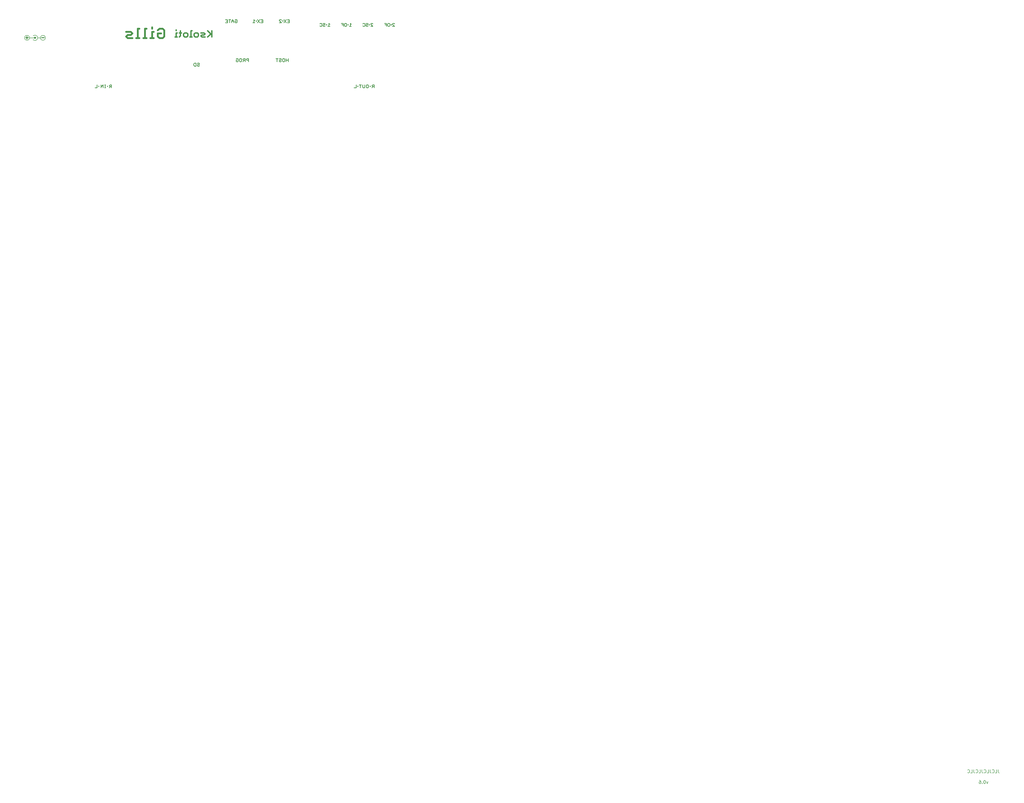
<source format=gbr>
%TF.GenerationSoftware,KiCad,Pcbnew,9.0.6-9.0.6~ubuntu24.04.1*%
%TF.CreationDate,2025-11-16T17:23:56+08:00*%
%TF.ProjectId,ksoloti_gills_panel,6b736f6c-6f74-4695-9f67-696c6c735f70,v0.6*%
%TF.SameCoordinates,Original*%
%TF.FileFunction,Legend,Bot*%
%TF.FilePolarity,Positive*%
%FSLAX46Y46*%
G04 Gerber Fmt 4.6, Leading zero omitted, Abs format (unit mm)*
G04 Created by KiCad (PCBNEW 9.0.6-9.0.6~ubuntu24.04.1) date 2025-11-16 17:23:56*
%MOMM*%
%LPD*%
G01*
G04 APERTURE LIST*
%ADD10C,0.250000*%
%ADD11C,0.500000*%
%ADD12C,0.700000*%
%ADD13C,0.000000*%
%ADD14C,0.300000*%
%ADD15C,0.200000*%
%ADD16C,0.150000*%
%ADD17C,2.000000*%
%ADD18C,5.000000*%
%ADD19C,13.000000*%
%ADD20C,7.200000*%
%ADD21C,18.000000*%
%ADD22C,7.500000*%
%ADD23C,8.000000*%
%ADD24C,1.700000*%
G04 APERTURE END LIST*
D10*
X87501563Y281265088D02*
X87302087Y281071082D01*
X104899476Y280100000D02*
X104699999Y280294005D01*
X40070445Y266244959D02*
X39770967Y265950954D01*
X105298434Y281264031D02*
X104899476Y281264031D01*
X39770967Y265374933D02*
X39770967Y265950954D01*
X104899476Y281264031D02*
X104699999Y281070024D01*
X55500521Y282664029D02*
X55301042Y282470024D01*
D11*
X37135247Y277620131D02*
X36337331Y277620131D01*
D10*
X74058343Y266975987D02*
X74058343Y267753062D01*
X113700000Y281072114D02*
X113500522Y281266120D01*
X71963167Y266975986D02*
X71963167Y267169992D01*
D12*
X23430979Y275664558D02*
X24627857Y275664558D01*
D11*
X33143502Y276065978D02*
X33143502Y277620131D01*
D10*
X74566343Y266781982D02*
X74566343Y267947067D01*
X103472223Y257088462D02*
X103472223Y258059543D01*
D12*
X24029413Y279159810D02*
X24029413Y279741829D01*
D10*
X115298434Y281265086D02*
X114899481Y281265086D01*
X55701539Y266974931D02*
X55701539Y267362941D01*
X58688144Y267363996D02*
X58296061Y266781982D01*
X113500522Y281266120D02*
X113101564Y281266120D01*
X96195522Y281070049D02*
X96195522Y280100024D01*
X88701564Y280682015D02*
X89100521Y280682015D01*
X72761083Y266975986D02*
X72561603Y266781980D01*
X96602088Y280294005D02*
X96801564Y280099998D01*
X106501044Y281072113D02*
X106501044Y280878108D01*
D12*
X18642855Y279170738D02*
X19241289Y279170738D01*
D10*
X65001042Y281500000D02*
X65798957Y281500000D01*
X72162647Y267363996D02*
X72561603Y267363996D01*
D11*
X43659195Y277618031D02*
X44058152Y277230022D01*
D10*
X104699999Y280294005D02*
X104699999Y280488011D01*
X70738385Y267947065D02*
X71536301Y267947065D01*
X56299975Y267946011D02*
X55901018Y267946011D01*
X88502086Y280294005D02*
X88502086Y280488011D01*
D11*
X37135247Y276065975D02*
X37534206Y276453987D01*
D10*
X54400000Y282664030D02*
X54001041Y282080959D01*
D12*
X26823418Y275664558D02*
X28020296Y275664558D01*
D10*
X97200522Y281265086D02*
X96801564Y281265086D01*
D11*
X44058152Y277230022D02*
X43659195Y276842012D01*
D12*
X14831547Y275664558D02*
X16626857Y275664558D01*
D10*
X74058343Y267753062D02*
X73858864Y267947068D01*
X73459907Y267947068D02*
X73260427Y267753062D01*
X87501563Y280100000D02*
X87900521Y280100000D01*
X105497915Y281070024D02*
X105298434Y281264031D01*
D11*
X41528118Y276453987D02*
X41528118Y277232118D01*
D10*
X88099999Y281071082D02*
X87900521Y281265088D01*
D11*
X35938375Y277232118D02*
X35938375Y276453987D01*
D10*
X52299478Y282664029D02*
X52498957Y282470024D01*
X52498957Y282470025D02*
X52498957Y281500000D01*
X75364258Y267947067D02*
X75364258Y266781982D01*
D11*
X35938375Y276453990D02*
X36337331Y276065978D01*
D12*
X16028423Y277992617D02*
X16626857Y277410604D01*
D10*
X59865822Y267946014D02*
X59566343Y267652009D01*
X103671701Y256894455D02*
X104070659Y256894455D01*
X57597237Y266780926D02*
X57796716Y266974933D01*
D13*
G36*
X73503021Y282302045D02*
G01*
X73507581Y282301703D01*
X73512102Y282301139D01*
X73516576Y282300356D01*
X73520997Y282299358D01*
X73525356Y282298146D01*
X73529645Y282296725D01*
X73533858Y282295097D01*
X73537987Y282293265D01*
X73542023Y282291234D01*
X73545960Y282289005D01*
X73549790Y282286583D01*
X73553505Y282283969D01*
X73557098Y282281168D01*
X73560561Y282278182D01*
X73563887Y282275015D01*
X73567054Y282271690D01*
X73570040Y282268226D01*
X73572841Y282264633D01*
X73575455Y282260918D01*
X73577878Y282257088D01*
X73580106Y282253151D01*
X73582138Y282249114D01*
X73583969Y282244986D01*
X73585597Y282240773D01*
X73587019Y282236483D01*
X73588230Y282232124D01*
X73589229Y282227703D01*
X73590012Y282223229D01*
X73590576Y282218708D01*
X73590918Y282214148D01*
X73591034Y282209557D01*
X73591034Y282015529D01*
X73590913Y282010763D01*
X73590556Y282006061D01*
X73589967Y282001426D01*
X73589153Y281996866D01*
X73588119Y281992386D01*
X73586871Y281987992D01*
X73585415Y281983689D01*
X73583757Y281979484D01*
X73581902Y281975382D01*
X73579857Y281971389D01*
X73577627Y281967511D01*
X73575219Y281963753D01*
X73572637Y281960123D01*
X73569888Y281956624D01*
X73566977Y281953264D01*
X73563911Y281950048D01*
X73560695Y281946982D01*
X73557335Y281944071D01*
X73553837Y281941322D01*
X73550206Y281938740D01*
X73546449Y281936332D01*
X73542571Y281934102D01*
X73538578Y281932057D01*
X73534476Y281930202D01*
X73530270Y281928544D01*
X73525968Y281927088D01*
X73521573Y281925840D01*
X73517093Y281924806D01*
X73512533Y281923992D01*
X73507898Y281923403D01*
X73503195Y281923045D01*
X73498430Y281922925D01*
X73298958Y281922925D01*
X73296676Y281922955D01*
X73294398Y281923041D01*
X73292124Y281923182D01*
X73289857Y281923380D01*
X73287596Y281923633D01*
X73285344Y281923942D01*
X73283100Y281924305D01*
X73280866Y281924724D01*
X73278643Y281925197D01*
X73276433Y281925724D01*
X73274235Y281926306D01*
X73272051Y281926942D01*
X73269882Y281927632D01*
X73267729Y281928376D01*
X73265593Y281929173D01*
X73263475Y281930023D01*
X73261381Y281930920D01*
X73259312Y281931866D01*
X73257268Y281932863D01*
X73255251Y281933908D01*
X73253262Y281935002D01*
X73251301Y281936144D01*
X73249369Y281937333D01*
X73247466Y281938569D01*
X73245595Y281939851D01*
X73243756Y281941179D01*
X73241949Y281942552D01*
X73240175Y281943970D01*
X73238436Y281945431D01*
X73236732Y281946936D01*
X73235063Y281948483D01*
X73233432Y281950073D01*
X73231842Y281951705D01*
X73230295Y281953373D01*
X73228790Y281955077D01*
X73227329Y281956816D01*
X73225911Y281958589D01*
X73224538Y281960396D01*
X73223211Y281962235D01*
X73221928Y281964106D01*
X73220692Y281966008D01*
X73219503Y281967940D01*
X73218361Y281969901D01*
X73217268Y281971890D01*
X73216222Y281973907D01*
X73215226Y281975950D01*
X73214279Y281978019D01*
X73213382Y281980113D01*
X73212538Y281982228D01*
X73211747Y281984361D01*
X73211009Y281986510D01*
X73210325Y281988676D01*
X73209694Y281990856D01*
X73209118Y281993050D01*
X73208595Y281995257D01*
X73208126Y281997475D01*
X73207712Y281999705D01*
X73207352Y282001944D01*
X73207048Y282004192D01*
X73206798Y282006448D01*
X73206603Y282008710D01*
X73206464Y282010979D01*
X73206381Y282013252D01*
X73206354Y282015529D01*
X73206354Y282209557D01*
X73206474Y282214322D01*
X73206832Y282219025D01*
X73207421Y282223659D01*
X73208235Y282228219D01*
X73209269Y282232699D01*
X73210517Y282237094D01*
X73211973Y282241397D01*
X73213631Y282245602D01*
X73215486Y282249704D01*
X73217531Y282253697D01*
X73219761Y282257575D01*
X73222169Y282261332D01*
X73224751Y282264963D01*
X73227500Y282268461D01*
X73230411Y282271821D01*
X73233477Y282275037D01*
X73236693Y282278103D01*
X73240053Y282281014D01*
X73243552Y282283763D01*
X73247182Y282286345D01*
X73250940Y282288754D01*
X73254818Y282290984D01*
X73258811Y282293029D01*
X73262913Y282294883D01*
X73267118Y282296541D01*
X73271421Y282297997D01*
X73275815Y282299245D01*
X73280295Y282300279D01*
X73284855Y282301094D01*
X73289490Y282301682D01*
X73294192Y282302040D01*
X73298958Y282302161D01*
X73498430Y282302161D01*
X73503021Y282302045D01*
G37*
D10*
X90302085Y280099999D02*
X91100000Y280099999D01*
X107282799Y258058490D02*
X106983321Y257764485D01*
D11*
X38733248Y276065978D02*
X38733248Y278396149D01*
D10*
X62000000Y281500000D02*
X62797915Y281500000D01*
X75000000Y281522925D02*
X75797915Y281522925D01*
X89100521Y281264031D02*
X88701563Y281264031D01*
X101005713Y256894458D02*
X101005713Y258058489D01*
X103699476Y280100000D02*
X104098434Y280100000D01*
X57198280Y267946014D02*
X56998800Y267752008D01*
X60364258Y266781982D02*
X60364258Y267946014D01*
X103500000Y280294007D02*
X103699476Y280100000D01*
D11*
X37534206Y276453987D02*
X37534206Y277232118D01*
X46607297Y278396149D02*
X46607297Y276065978D01*
D10*
X89300002Y280294005D02*
X89100521Y280099999D01*
X106501044Y280878108D02*
X107298957Y280101033D01*
X104899477Y280682015D02*
X105298434Y280682015D01*
D12*
X28618726Y276246572D02*
X28618726Y278577796D01*
D11*
X34340377Y277620128D02*
X35138292Y277620128D01*
D10*
X75000000Y282686955D02*
X75598436Y282686955D01*
X98798959Y280100000D02*
X98798959Y281265086D01*
X72598434Y282688011D02*
X72199481Y282688011D01*
D12*
X24029413Y275664558D02*
X24029413Y277995788D01*
D10*
X104814700Y257088462D02*
X104814700Y257865537D01*
X75797915Y282104939D02*
X75199479Y282104939D01*
X56098956Y282470024D02*
X55899478Y282664029D01*
X97400002Y280294005D02*
X97400002Y281071080D01*
X104270138Y257088462D02*
X104270138Y258059543D01*
X104699999Y280488011D02*
X104899476Y280682015D01*
X106700525Y281266119D02*
X106501044Y281072113D01*
X102147701Y258059540D02*
X102945617Y258059540D01*
D11*
X32744545Y276065978D02*
X33542464Y276065978D01*
D10*
X98798959Y281265086D02*
X99197915Y280877075D01*
X98400000Y280100000D02*
X99197915Y280100000D01*
D11*
X36337331Y277620131D02*
X35938375Y277232118D01*
D10*
X55701539Y266974931D02*
X55901018Y266780926D01*
D11*
X41528118Y277232118D02*
X41126993Y277620131D01*
D10*
X56098957Y281692949D02*
X56098957Y282470024D01*
X87302087Y280294007D02*
X87501563Y280100000D01*
X73459907Y266781980D02*
X73858864Y266781980D01*
X96195522Y280682038D02*
X95597085Y280682038D01*
X59566343Y267558003D02*
X59765822Y267363998D01*
X72000000Y282300000D02*
X72797913Y281522925D01*
X40568882Y265080927D02*
X40070445Y265080927D01*
X75797915Y282492950D02*
X75797915Y281522925D01*
X56998800Y266974933D02*
X57198280Y266780926D01*
D13*
G36*
X106143723Y280872877D02*
G01*
X106148283Y280872535D01*
X106152804Y280871971D01*
X106157278Y280871188D01*
X106161699Y280870190D01*
X106166058Y280868978D01*
X106170347Y280867557D01*
X106174560Y280865929D01*
X106178689Y280864097D01*
X106182725Y280862066D01*
X106186662Y280859837D01*
X106190492Y280857415D01*
X106194207Y280854801D01*
X106197800Y280852000D01*
X106201263Y280849014D01*
X106204589Y280845847D01*
X106207756Y280842522D01*
X106210742Y280839058D01*
X106213543Y280835465D01*
X106216157Y280831750D01*
X106218580Y280827920D01*
X106220808Y280823983D01*
X106222840Y280819946D01*
X106224671Y280815818D01*
X106226299Y280811605D01*
X106227721Y280807315D01*
X106228932Y280802956D01*
X106229931Y280798535D01*
X106230714Y280794061D01*
X106231278Y280789540D01*
X106231620Y280784980D01*
X106231736Y280780389D01*
X106231736Y280586361D01*
X106231615Y280581595D01*
X106231258Y280576893D01*
X106230669Y280572258D01*
X106229855Y280567698D01*
X106228821Y280563218D01*
X106227573Y280558824D01*
X106226117Y280554521D01*
X106224459Y280550316D01*
X106222604Y280546214D01*
X106220559Y280542221D01*
X106218329Y280538343D01*
X106215921Y280534585D01*
X106213339Y280530955D01*
X106210590Y280527456D01*
X106207679Y280524096D01*
X106204613Y280520880D01*
X106201397Y280517814D01*
X106198037Y280514903D01*
X106194539Y280512154D01*
X106190908Y280509572D01*
X106187151Y280507164D01*
X106183273Y280504934D01*
X106179280Y280502889D01*
X106175178Y280501034D01*
X106170972Y280499376D01*
X106166670Y280497920D01*
X106162275Y280496672D01*
X106157795Y280495638D01*
X106153235Y280494824D01*
X106148600Y280494235D01*
X106143897Y280493877D01*
X106139132Y280493757D01*
X105939660Y280493757D01*
X105937378Y280493787D01*
X105935100Y280493873D01*
X105932826Y280494014D01*
X105930559Y280494212D01*
X105928298Y280494465D01*
X105926046Y280494774D01*
X105923802Y280495137D01*
X105921568Y280495556D01*
X105919345Y280496029D01*
X105917135Y280496556D01*
X105914937Y280497138D01*
X105912753Y280497774D01*
X105910584Y280498464D01*
X105908431Y280499208D01*
X105906295Y280500005D01*
X105904177Y280500855D01*
X105902083Y280501752D01*
X105900014Y280502698D01*
X105897970Y280503695D01*
X105895953Y280504740D01*
X105893964Y280505834D01*
X105892003Y280506976D01*
X105890071Y280508165D01*
X105888168Y280509401D01*
X105886297Y280510683D01*
X105884458Y280512011D01*
X105882651Y280513384D01*
X105880877Y280514802D01*
X105879138Y280516263D01*
X105877434Y280517768D01*
X105875765Y280519315D01*
X105874134Y280520905D01*
X105872544Y280522537D01*
X105870997Y280524205D01*
X105869492Y280525909D01*
X105868031Y280527648D01*
X105866613Y280529421D01*
X105865240Y280531228D01*
X105863913Y280533067D01*
X105862630Y280534938D01*
X105861394Y280536840D01*
X105860205Y280538772D01*
X105859063Y280540733D01*
X105857970Y280542722D01*
X105856924Y280544739D01*
X105855928Y280546782D01*
X105854981Y280548851D01*
X105854084Y280550945D01*
X105853240Y280553060D01*
X105852449Y280555193D01*
X105851711Y280557342D01*
X105851027Y280559508D01*
X105850396Y280561688D01*
X105849820Y280563882D01*
X105849297Y280566089D01*
X105848828Y280568307D01*
X105848414Y280570537D01*
X105848054Y280572776D01*
X105847750Y280575024D01*
X105847500Y280577280D01*
X105847305Y280579542D01*
X105847166Y280581811D01*
X105847083Y280584084D01*
X105847056Y280586361D01*
X105847056Y280780389D01*
X105847176Y280785154D01*
X105847534Y280789857D01*
X105848123Y280794491D01*
X105848937Y280799051D01*
X105849971Y280803531D01*
X105851219Y280807926D01*
X105852675Y280812229D01*
X105854333Y280816434D01*
X105856188Y280820536D01*
X105858233Y280824529D01*
X105860463Y280828407D01*
X105862871Y280832164D01*
X105865453Y280835795D01*
X105868202Y280839293D01*
X105871113Y280842653D01*
X105874179Y280845869D01*
X105877395Y280848935D01*
X105880755Y280851846D01*
X105884254Y280854595D01*
X105887884Y280857177D01*
X105891642Y280859586D01*
X105895520Y280861816D01*
X105899513Y280863861D01*
X105903615Y280865715D01*
X105907820Y280867373D01*
X105912123Y280868829D01*
X105916517Y280870077D01*
X105920997Y280871111D01*
X105925557Y280871926D01*
X105930192Y280872514D01*
X105934894Y280872872D01*
X105939660Y280872993D01*
X106139132Y280872993D01*
X106143723Y280872877D01*
G37*
G36*
X114402391Y280870008D02*
G01*
X114406951Y280869666D01*
X114411472Y280869102D01*
X114415946Y280868319D01*
X114420367Y280867321D01*
X114424726Y280866109D01*
X114429015Y280864688D01*
X114433228Y280863060D01*
X114437357Y280861228D01*
X114441393Y280859197D01*
X114445330Y280856968D01*
X114449160Y280854546D01*
X114452875Y280851932D01*
X114456468Y280849131D01*
X114459931Y280846145D01*
X114463257Y280842978D01*
X114466424Y280839653D01*
X114469410Y280836189D01*
X114472211Y280832596D01*
X114474825Y280828881D01*
X114477248Y280825051D01*
X114479476Y280821114D01*
X114481508Y280817077D01*
X114483339Y280812949D01*
X114484967Y280808736D01*
X114486389Y280804446D01*
X114487600Y280800087D01*
X114488599Y280795666D01*
X114489382Y280791192D01*
X114489946Y280786671D01*
X114490288Y280782111D01*
X114490404Y280777520D01*
X114490404Y280583492D01*
X114490283Y280578726D01*
X114489926Y280574024D01*
X114489337Y280569389D01*
X114488523Y280564829D01*
X114487489Y280560349D01*
X114486241Y280555955D01*
X114484785Y280551652D01*
X114483127Y280547447D01*
X114481272Y280543345D01*
X114479227Y280539352D01*
X114476997Y280535474D01*
X114474589Y280531716D01*
X114472007Y280528086D01*
X114469258Y280524587D01*
X114466347Y280521227D01*
X114463281Y280518011D01*
X114460065Y280514945D01*
X114456705Y280512034D01*
X114453207Y280509285D01*
X114449576Y280506703D01*
X114445819Y280504295D01*
X114441941Y280502065D01*
X114437948Y280500020D01*
X114433846Y280498165D01*
X114429640Y280496507D01*
X114425338Y280495051D01*
X114420943Y280493803D01*
X114416463Y280492769D01*
X114411903Y280491955D01*
X114407268Y280491366D01*
X114402565Y280491008D01*
X114397800Y280490888D01*
X114198328Y280490888D01*
X114196046Y280490918D01*
X114193768Y280491004D01*
X114191494Y280491145D01*
X114189227Y280491343D01*
X114186966Y280491596D01*
X114184714Y280491905D01*
X114182470Y280492268D01*
X114180236Y280492687D01*
X114178013Y280493160D01*
X114175803Y280493687D01*
X114173605Y280494269D01*
X114171421Y280494905D01*
X114169252Y280495595D01*
X114167099Y280496339D01*
X114164963Y280497136D01*
X114162845Y280497986D01*
X114160751Y280498883D01*
X114158682Y280499829D01*
X114156638Y280500826D01*
X114154621Y280501871D01*
X114152632Y280502965D01*
X114150671Y280504107D01*
X114148739Y280505296D01*
X114146836Y280506532D01*
X114144965Y280507814D01*
X114143126Y280509142D01*
X114141319Y280510515D01*
X114139545Y280511933D01*
X114137806Y280513394D01*
X114136102Y280514899D01*
X114134433Y280516446D01*
X114132802Y280518036D01*
X114131212Y280519668D01*
X114129665Y280521336D01*
X114128160Y280523040D01*
X114126699Y280524779D01*
X114125281Y280526552D01*
X114123908Y280528359D01*
X114122581Y280530198D01*
X114121298Y280532069D01*
X114120062Y280533971D01*
X114118873Y280535903D01*
X114117731Y280537864D01*
X114116638Y280539853D01*
X114115592Y280541870D01*
X114114596Y280543913D01*
X114113649Y280545982D01*
X114112752Y280548076D01*
X114111908Y280550191D01*
X114111117Y280552324D01*
X114110379Y280554473D01*
X114109695Y280556639D01*
X114109064Y280558819D01*
X114108488Y280561013D01*
X114107965Y280563220D01*
X114107496Y280565438D01*
X114107082Y280567668D01*
X114106722Y280569907D01*
X114106418Y280572155D01*
X114106168Y280574411D01*
X114105973Y280576673D01*
X114105834Y280578942D01*
X114105751Y280581215D01*
X114105724Y280583492D01*
X114105724Y280777520D01*
X114105844Y280782285D01*
X114106202Y280786988D01*
X114106791Y280791622D01*
X114107605Y280796182D01*
X114108639Y280800662D01*
X114109887Y280805057D01*
X114111343Y280809360D01*
X114113001Y280813565D01*
X114114856Y280817667D01*
X114116901Y280821660D01*
X114119131Y280825538D01*
X114121539Y280829295D01*
X114124121Y280832926D01*
X114126870Y280836424D01*
X114129781Y280839784D01*
X114132847Y280843000D01*
X114136063Y280846066D01*
X114139423Y280848977D01*
X114142922Y280851726D01*
X114146552Y280854308D01*
X114150310Y280856717D01*
X114154188Y280858947D01*
X114158181Y280860992D01*
X114162283Y280862846D01*
X114166488Y280864504D01*
X114170791Y280865960D01*
X114175185Y280867208D01*
X114179665Y280868242D01*
X114184225Y280869057D01*
X114188860Y280869645D01*
X114193562Y280870003D01*
X114198328Y280870124D01*
X114397800Y280870124D01*
X114402391Y280870008D01*
G37*
D10*
X103699476Y281265088D02*
X103500000Y281071082D01*
X89100519Y280682015D02*
X89299999Y280876020D01*
X63801042Y281500000D02*
X64598957Y282665085D01*
D12*
X26224984Y276246577D02*
X26224984Y277389577D01*
D10*
X8695138Y258058490D02*
X8196702Y258058490D01*
X72761081Y267558001D02*
X72761081Y267752005D01*
X95996043Y281264054D02*
X96195522Y281070049D01*
X107375404Y257476472D02*
X106983321Y256894458D01*
X112495522Y280683072D02*
X111897085Y280683072D01*
D12*
X28020283Y275664553D02*
X28618726Y276246572D01*
D10*
X40568882Y266244959D02*
X40568882Y265080927D01*
D13*
G36*
X89999830Y280870008D02*
G01*
X90004390Y280869666D01*
X90008911Y280869102D01*
X90013385Y280868319D01*
X90017806Y280867321D01*
X90022165Y280866109D01*
X90026454Y280864688D01*
X90030667Y280863060D01*
X90034796Y280861228D01*
X90038832Y280859197D01*
X90042769Y280856968D01*
X90046599Y280854546D01*
X90050314Y280851932D01*
X90053907Y280849131D01*
X90057370Y280846145D01*
X90060696Y280842978D01*
X90063863Y280839653D01*
X90066849Y280836189D01*
X90069650Y280832596D01*
X90072264Y280828881D01*
X90074687Y280825051D01*
X90076915Y280821114D01*
X90078947Y280817077D01*
X90080778Y280812949D01*
X90082406Y280808736D01*
X90083828Y280804446D01*
X90085039Y280800087D01*
X90086038Y280795666D01*
X90086821Y280791192D01*
X90087385Y280786671D01*
X90087727Y280782111D01*
X90087843Y280777520D01*
X90087843Y280583492D01*
X90087722Y280578726D01*
X90087365Y280574024D01*
X90086776Y280569389D01*
X90085962Y280564829D01*
X90084928Y280560349D01*
X90083680Y280555955D01*
X90082224Y280551652D01*
X90080566Y280547447D01*
X90078711Y280543345D01*
X90076666Y280539352D01*
X90074436Y280535474D01*
X90072028Y280531716D01*
X90069446Y280528086D01*
X90066697Y280524587D01*
X90063786Y280521227D01*
X90060720Y280518011D01*
X90057504Y280514945D01*
X90054144Y280512034D01*
X90050646Y280509285D01*
X90047015Y280506703D01*
X90043258Y280504295D01*
X90039380Y280502065D01*
X90035387Y280500020D01*
X90031285Y280498165D01*
X90027079Y280496507D01*
X90022777Y280495051D01*
X90018382Y280493803D01*
X90013902Y280492769D01*
X90009342Y280491955D01*
X90004707Y280491366D01*
X90000004Y280491008D01*
X89995239Y280490888D01*
X89795767Y280490888D01*
X89793485Y280490918D01*
X89791207Y280491004D01*
X89788933Y280491145D01*
X89786666Y280491343D01*
X89784405Y280491596D01*
X89782153Y280491905D01*
X89779909Y280492268D01*
X89777675Y280492687D01*
X89775452Y280493160D01*
X89773242Y280493687D01*
X89771044Y280494269D01*
X89768860Y280494905D01*
X89766691Y280495595D01*
X89764538Y280496339D01*
X89762402Y280497136D01*
X89760284Y280497986D01*
X89758190Y280498883D01*
X89756121Y280499829D01*
X89754077Y280500826D01*
X89752060Y280501871D01*
X89750071Y280502965D01*
X89748110Y280504107D01*
X89746178Y280505296D01*
X89744275Y280506532D01*
X89742404Y280507814D01*
X89740565Y280509142D01*
X89738758Y280510515D01*
X89736984Y280511933D01*
X89735245Y280513394D01*
X89733541Y280514899D01*
X89731872Y280516446D01*
X89730241Y280518036D01*
X89728651Y280519668D01*
X89727104Y280521336D01*
X89725599Y280523040D01*
X89724138Y280524779D01*
X89722720Y280526552D01*
X89721347Y280528359D01*
X89720020Y280530198D01*
X89718737Y280532069D01*
X89717501Y280533971D01*
X89716312Y280535903D01*
X89715170Y280537864D01*
X89714077Y280539853D01*
X89713031Y280541870D01*
X89712035Y280543913D01*
X89711088Y280545982D01*
X89710191Y280548076D01*
X89709347Y280550191D01*
X89708556Y280552324D01*
X89707818Y280554473D01*
X89707134Y280556639D01*
X89706503Y280558819D01*
X89705927Y280561013D01*
X89705404Y280563220D01*
X89704935Y280565438D01*
X89704521Y280567668D01*
X89704161Y280569907D01*
X89703857Y280572155D01*
X89703607Y280574411D01*
X89703412Y280576673D01*
X89703273Y280578942D01*
X89703190Y280581215D01*
X89703163Y280583492D01*
X89703163Y280777520D01*
X89703283Y280782285D01*
X89703641Y280786988D01*
X89704230Y280791622D01*
X89705044Y280796182D01*
X89706078Y280800662D01*
X89707326Y280805057D01*
X89708782Y280809360D01*
X89710440Y280813565D01*
X89712295Y280817667D01*
X89714340Y280821660D01*
X89716570Y280825538D01*
X89718978Y280829295D01*
X89721560Y280832926D01*
X89724309Y280836424D01*
X89727220Y280839784D01*
X89730286Y280843000D01*
X89733502Y280846066D01*
X89736862Y280848977D01*
X89740361Y280851726D01*
X89743991Y280854308D01*
X89747749Y280856717D01*
X89751627Y280858947D01*
X89755620Y280860992D01*
X89759722Y280862846D01*
X89763927Y280864504D01*
X89768230Y280865960D01*
X89772624Y280867208D01*
X89777104Y280868242D01*
X89781664Y280869057D01*
X89786299Y280869645D01*
X89791001Y280870003D01*
X89795767Y280870124D01*
X89995239Y280870124D01*
X89999830Y280870008D01*
G37*
D10*
X41070084Y265468939D02*
X41269562Y265662943D01*
X106501044Y280101033D02*
X107298959Y280101033D01*
X51701042Y282664030D02*
X52299478Y282664030D01*
X111697607Y281265088D02*
X112296043Y281265088D01*
X56499454Y266974931D02*
X56499454Y267752006D01*
X104297914Y280294007D02*
X104297914Y281071082D01*
X115497913Y281071080D02*
X115298434Y281265086D01*
D12*
X21362423Y275664558D02*
X21362423Y279159815D01*
D10*
X54001041Y282080959D02*
X54001041Y281498945D01*
X57796716Y267752008D02*
X57597237Y267946014D01*
X75598436Y282686954D02*
X75797915Y282492949D01*
D12*
X21362423Y279159815D02*
X21960857Y279159815D01*
D10*
X107182799Y257476474D02*
X107781236Y257476474D01*
X105497912Y280876020D02*
X105497912Y281070024D01*
D11*
X37534206Y277232118D02*
X37135247Y277620131D01*
D10*
X8096701Y257476474D02*
X8695138Y257476474D01*
D12*
X26224984Y276246577D02*
X26823418Y275664558D01*
D10*
X55301041Y282080959D02*
X55701084Y282080959D01*
X114700000Y280100000D02*
X115497915Y280100000D01*
X88701563Y280100000D02*
X88502086Y280294005D01*
X41868000Y266050952D02*
X41668520Y266244959D01*
D11*
X42861278Y276842012D02*
X42462320Y276454001D01*
D10*
X3255713Y256894458D02*
X3255713Y258058489D01*
X104814700Y257088462D02*
X105014180Y256894455D01*
X58495539Y267363998D02*
X59093976Y267363998D01*
X41269562Y265080928D02*
X41070084Y265274933D01*
D11*
X40329076Y276065978D02*
X41126993Y276065978D01*
D10*
X73260427Y266975987D02*
X73260427Y267753062D01*
D12*
X16028423Y276828589D02*
X14831547Y276828589D01*
D10*
X114700000Y280877075D02*
X115497913Y280100000D01*
D11*
X40329076Y277620131D02*
X39930120Y277232118D01*
D10*
X96801563Y281264031D02*
X96602086Y281070024D01*
X4722222Y257282469D02*
X5520138Y258059545D01*
X105413137Y258059543D02*
X105014180Y258059543D01*
D11*
X45011467Y276065978D02*
X46099298Y277112129D01*
D13*
G36*
X63504063Y282279120D02*
G01*
X63508623Y282278778D01*
X63513144Y282278214D01*
X63517618Y282277431D01*
X63522039Y282276433D01*
X63526398Y282275221D01*
X63530687Y282273800D01*
X63534900Y282272172D01*
X63539029Y282270340D01*
X63543065Y282268309D01*
X63547002Y282266080D01*
X63550832Y282263658D01*
X63554547Y282261044D01*
X63558140Y282258243D01*
X63561603Y282255257D01*
X63564929Y282252090D01*
X63568096Y282248765D01*
X63571082Y282245301D01*
X63573883Y282241708D01*
X63576497Y282237993D01*
X63578920Y282234163D01*
X63581148Y282230226D01*
X63583180Y282226189D01*
X63585011Y282222061D01*
X63586639Y282217848D01*
X63588061Y282213558D01*
X63589272Y282209199D01*
X63590271Y282204778D01*
X63591054Y282200304D01*
X63591618Y282195783D01*
X63591960Y282191223D01*
X63592076Y282186632D01*
X63592076Y281992604D01*
X63591955Y281987838D01*
X63591598Y281983136D01*
X63591009Y281978501D01*
X63590195Y281973941D01*
X63589161Y281969461D01*
X63587913Y281965067D01*
X63586457Y281960764D01*
X63584799Y281956559D01*
X63582944Y281952457D01*
X63580899Y281948464D01*
X63578669Y281944586D01*
X63576261Y281940828D01*
X63573679Y281937198D01*
X63570930Y281933699D01*
X63568019Y281930339D01*
X63564953Y281927123D01*
X63561737Y281924057D01*
X63558377Y281921146D01*
X63554879Y281918397D01*
X63551248Y281915815D01*
X63547491Y281913407D01*
X63543613Y281911177D01*
X63539620Y281909132D01*
X63535518Y281907277D01*
X63531312Y281905619D01*
X63527010Y281904163D01*
X63522615Y281902915D01*
X63518135Y281901881D01*
X63513575Y281901067D01*
X63508940Y281900478D01*
X63504237Y281900120D01*
X63499472Y281900000D01*
X63300000Y281900000D01*
X63297718Y281900030D01*
X63295440Y281900116D01*
X63293166Y281900257D01*
X63290899Y281900455D01*
X63288638Y281900708D01*
X63286386Y281901017D01*
X63284142Y281901380D01*
X63281908Y281901799D01*
X63279685Y281902272D01*
X63277475Y281902799D01*
X63275277Y281903381D01*
X63273093Y281904017D01*
X63270924Y281904707D01*
X63268771Y281905451D01*
X63266635Y281906248D01*
X63264517Y281907098D01*
X63262423Y281907995D01*
X63260354Y281908941D01*
X63258310Y281909938D01*
X63256293Y281910983D01*
X63254304Y281912077D01*
X63252343Y281913219D01*
X63250411Y281914408D01*
X63248508Y281915644D01*
X63246637Y281916926D01*
X63244798Y281918254D01*
X63242991Y281919627D01*
X63241217Y281921045D01*
X63239478Y281922506D01*
X63237774Y281924011D01*
X63236105Y281925558D01*
X63234474Y281927148D01*
X63232884Y281928780D01*
X63231337Y281930448D01*
X63229832Y281932152D01*
X63228371Y281933891D01*
X63226953Y281935664D01*
X63225580Y281937471D01*
X63224253Y281939310D01*
X63222970Y281941181D01*
X63221734Y281943083D01*
X63220545Y281945015D01*
X63219403Y281946976D01*
X63218310Y281948965D01*
X63217264Y281950982D01*
X63216268Y281953025D01*
X63215321Y281955094D01*
X63214424Y281957188D01*
X63213580Y281959303D01*
X63212789Y281961436D01*
X63212051Y281963585D01*
X63211367Y281965751D01*
X63210736Y281967931D01*
X63210160Y281970125D01*
X63209637Y281972332D01*
X63209168Y281974550D01*
X63208754Y281976780D01*
X63208394Y281979019D01*
X63208090Y281981267D01*
X63207840Y281983523D01*
X63207645Y281985785D01*
X63207506Y281988054D01*
X63207423Y281990327D01*
X63207396Y281992604D01*
X63207396Y282186632D01*
X63207516Y282191397D01*
X63207874Y282196100D01*
X63208463Y282200734D01*
X63209277Y282205294D01*
X63210311Y282209774D01*
X63211559Y282214169D01*
X63213015Y282218472D01*
X63214673Y282222677D01*
X63216528Y282226779D01*
X63218573Y282230772D01*
X63220803Y282234650D01*
X63223211Y282238407D01*
X63225793Y282242038D01*
X63228542Y282245536D01*
X63231453Y282248896D01*
X63234519Y282252112D01*
X63237735Y282255178D01*
X63241095Y282258089D01*
X63244594Y282260838D01*
X63248224Y282263420D01*
X63251982Y282265829D01*
X63255860Y282268059D01*
X63259853Y282270104D01*
X63263955Y282271958D01*
X63268160Y282273616D01*
X63272463Y282275072D01*
X63276857Y282276320D01*
X63281337Y282277354D01*
X63285897Y282278169D01*
X63290532Y282278757D01*
X63295234Y282279115D01*
X63300000Y282279236D01*
X63499472Y282279236D01*
X63504063Y282279120D01*
G37*
D10*
X8695138Y256894458D02*
X8695138Y258058490D01*
X59093976Y266781982D02*
X59093976Y267946014D01*
X87900521Y281265088D02*
X87501563Y281265088D01*
X4722222Y256894458D02*
X4722222Y258059545D01*
X6085405Y256892690D02*
X6477806Y256892690D01*
X57198280Y266780926D02*
X57597237Y266780926D01*
X58296061Y267558003D02*
X58296061Y267652009D01*
X7897223Y257670479D02*
X8096701Y257476474D01*
X7897223Y257670479D02*
X7897223Y257764485D01*
X40070445Y265080928D02*
X39770967Y265374933D01*
D12*
X18041165Y275675481D02*
X19241289Y275675481D01*
D10*
X72000000Y282494005D02*
X72000000Y282300000D01*
D12*
X26224984Y277389577D02*
X27456650Y277389577D01*
D10*
X89299999Y280876020D02*
X89299999Y281070024D01*
X41269562Y266244959D02*
X41070084Y266050952D01*
D12*
X26823418Y279159815D02*
X26224984Y278577796D01*
D10*
X59566343Y267558003D02*
X59566343Y267652009D01*
X113700002Y280295039D02*
X113700002Y281072114D01*
X54798957Y282081487D02*
X54001041Y282080959D01*
X62398959Y281500000D02*
X62398959Y282665086D01*
X72000000Y281522925D02*
X72797915Y281522925D01*
X72761083Y267752005D02*
X72561603Y267946012D01*
D11*
X41126993Y276065975D02*
X41528118Y276453987D01*
X45011467Y278396149D02*
X46607297Y276842000D01*
D10*
X55901018Y266780926D02*
X56299975Y266780926D01*
D13*
G36*
X106423223Y257612776D02*
G01*
X106427783Y257612434D01*
X106432304Y257611870D01*
X106436779Y257611087D01*
X106441199Y257610088D01*
X106445558Y257608877D01*
X106449848Y257607455D01*
X106454060Y257605827D01*
X106458189Y257603996D01*
X106462225Y257601964D01*
X106466162Y257599735D01*
X106469992Y257597312D01*
X106473708Y257594699D01*
X106477301Y257591898D01*
X106480764Y257588912D01*
X106484089Y257585745D01*
X106487256Y257582419D01*
X106490242Y257578956D01*
X106493043Y257575363D01*
X106495657Y257571648D01*
X106498079Y257567818D01*
X106500308Y257563880D01*
X106502340Y257559844D01*
X106504171Y257555715D01*
X106505799Y257551502D01*
X106507220Y257547213D01*
X106508432Y257542854D01*
X106509431Y257538433D01*
X106510214Y257533959D01*
X106510778Y257529438D01*
X106511120Y257524878D01*
X106511236Y257520288D01*
X106511236Y257326258D01*
X106511116Y257321493D01*
X106510758Y257316790D01*
X106510169Y257312156D01*
X106509355Y257307596D01*
X106508321Y257303115D01*
X106507073Y257298721D01*
X106505617Y257294418D01*
X106503959Y257290213D01*
X106502105Y257286111D01*
X106500060Y257282118D01*
X106497830Y257278240D01*
X106495421Y257274483D01*
X106492839Y257270852D01*
X106490090Y257267354D01*
X106487180Y257263994D01*
X106484113Y257260778D01*
X106480897Y257257711D01*
X106477537Y257254801D01*
X106474039Y257252052D01*
X106470408Y257249470D01*
X106466651Y257247061D01*
X106462773Y257244831D01*
X106458780Y257242786D01*
X106454678Y257240932D01*
X106450473Y257239274D01*
X106446170Y257237818D01*
X106441776Y257236570D01*
X106437295Y257235536D01*
X106432735Y257234721D01*
X106428100Y257234132D01*
X106423398Y257233775D01*
X106418632Y257233654D01*
X106219160Y257233654D01*
X106216878Y257233684D01*
X106214600Y257233771D01*
X106212327Y257233913D01*
X106210059Y257234110D01*
X106207799Y257234364D01*
X106205546Y257234672D01*
X106203302Y257235036D01*
X106201068Y257235454D01*
X106198845Y257235927D01*
X106196634Y257236455D01*
X106194436Y257237037D01*
X106192252Y257237673D01*
X106190083Y257238362D01*
X106187930Y257239106D01*
X106185794Y257239903D01*
X106183676Y257240753D01*
X106181582Y257241649D01*
X106179513Y257242596D01*
X106177470Y257243592D01*
X106175453Y257244638D01*
X106173464Y257245732D01*
X106171502Y257246874D01*
X106169571Y257248063D01*
X106167669Y257249299D01*
X106165797Y257250581D01*
X106163958Y257251909D01*
X106162151Y257253282D01*
X106160377Y257254700D01*
X106158638Y257256161D01*
X106156934Y257257666D01*
X106155266Y257259213D01*
X106153634Y257260803D01*
X106152044Y257262434D01*
X106150497Y257264102D01*
X106148992Y257265806D01*
X106147531Y257267546D01*
X106146113Y257269319D01*
X106144741Y257271126D01*
X106143413Y257272965D01*
X106142131Y257274836D01*
X106140895Y257276738D01*
X106139706Y257278670D01*
X106138564Y257280631D01*
X106137470Y257282621D01*
X106136424Y257284637D01*
X106135428Y257286681D01*
X106134481Y257288750D01*
X106133584Y257290844D01*
X106132740Y257292959D01*
X106131949Y257295092D01*
X106131212Y257297242D01*
X106130527Y257299407D01*
X106129897Y257301587D01*
X106129320Y257303781D01*
X106128797Y257305988D01*
X106128328Y257308207D01*
X106127914Y257310436D01*
X106127555Y257312675D01*
X106127250Y257314923D01*
X106127000Y257317179D01*
X106126806Y257319441D01*
X106126667Y257321709D01*
X106126583Y257323982D01*
X106126556Y257326258D01*
X106126556Y257520288D01*
X106126677Y257525053D01*
X106127034Y257529756D01*
X106127623Y257534390D01*
X106128437Y257538951D01*
X106129472Y257543431D01*
X106130719Y257547825D01*
X106132175Y257552128D01*
X106133833Y257556333D01*
X106135688Y257560436D01*
X106137733Y257564428D01*
X106139963Y257568306D01*
X106142372Y257572064D01*
X106144953Y257575694D01*
X106147703Y257579193D01*
X106150613Y257582553D01*
X106153679Y257585769D01*
X106156896Y257588835D01*
X106160256Y257591746D01*
X106163754Y257594495D01*
X106167385Y257597076D01*
X106171142Y257599485D01*
X106175020Y257601715D01*
X106179013Y257603760D01*
X106183115Y257605614D01*
X106187320Y257607272D01*
X106191623Y257608728D01*
X106196017Y257609976D01*
X106200497Y257611010D01*
X106205058Y257611825D01*
X106209692Y257612414D01*
X106214395Y257612771D01*
X106219160Y257612892D01*
X106418632Y257612892D01*
X106423223Y257612776D01*
G37*
D10*
X112902088Y280295039D02*
X113101564Y280101032D01*
X55901018Y267946011D02*
X55701539Y267752006D01*
X65798957Y282470025D02*
X65798957Y281500000D01*
X65001042Y282664030D02*
X65599478Y282664030D01*
X105298432Y280682015D02*
X105497912Y280876020D01*
D11*
X34340383Y276068088D02*
X34739336Y276456096D01*
D10*
X57796716Y266974933D02*
X57796716Y267752008D01*
D11*
X41126993Y277620131D02*
X40329076Y277620131D01*
X33143502Y278396146D02*
X33143502Y278784158D01*
D10*
X72162645Y266781981D02*
X71963167Y266975986D01*
X51701042Y281500000D02*
X52498957Y281500000D01*
X52498957Y282082014D02*
X51900521Y282082014D01*
X52901042Y282664030D02*
X53698958Y282664030D01*
X107781236Y258058490D02*
X107282800Y258058490D01*
X105612616Y257088462D02*
X105612616Y257865537D01*
X55500521Y281498944D02*
X55899478Y281498944D01*
D11*
X43659195Y276842012D02*
X42861278Y276842012D01*
D10*
X63801042Y282665085D02*
X64598957Y281500000D01*
X73858864Y266781980D02*
X74058343Y266975987D01*
X105014180Y256894455D02*
X105413137Y256894455D01*
X72561603Y267946012D02*
X72162645Y267946012D01*
D13*
G36*
X101774466Y257622244D02*
G01*
X101779026Y257621902D01*
X101783547Y257621338D01*
X101788022Y257620555D01*
X101792442Y257619556D01*
X101796801Y257618345D01*
X101801091Y257616923D01*
X101805303Y257615295D01*
X101809432Y257613464D01*
X101813468Y257611432D01*
X101817405Y257609203D01*
X101821235Y257606780D01*
X101824951Y257604167D01*
X101828544Y257601366D01*
X101832007Y257598380D01*
X101835332Y257595213D01*
X101838499Y257591887D01*
X101841485Y257588424D01*
X101844286Y257584831D01*
X101846900Y257581116D01*
X101849322Y257577286D01*
X101851551Y257573348D01*
X101853583Y257569312D01*
X101855414Y257565183D01*
X101857042Y257560970D01*
X101858463Y257556681D01*
X101859675Y257552322D01*
X101860674Y257547901D01*
X101861457Y257543427D01*
X101862021Y257538906D01*
X101862363Y257534346D01*
X101862479Y257529756D01*
X101862479Y257335726D01*
X101862359Y257330961D01*
X101862001Y257326258D01*
X101861412Y257321624D01*
X101860598Y257317064D01*
X101859564Y257312583D01*
X101858316Y257308189D01*
X101856860Y257303886D01*
X101855202Y257299681D01*
X101853348Y257295579D01*
X101851303Y257291586D01*
X101849073Y257287708D01*
X101846664Y257283951D01*
X101844082Y257280320D01*
X101841333Y257276822D01*
X101838423Y257273462D01*
X101835356Y257270246D01*
X101832140Y257267179D01*
X101828780Y257264269D01*
X101825282Y257261520D01*
X101821651Y257258938D01*
X101817894Y257256529D01*
X101814016Y257254299D01*
X101810023Y257252254D01*
X101805921Y257250400D01*
X101801716Y257248742D01*
X101797413Y257247286D01*
X101793019Y257246038D01*
X101788538Y257245004D01*
X101783978Y257244189D01*
X101779343Y257243600D01*
X101774641Y257243243D01*
X101769875Y257243122D01*
X101570403Y257243122D01*
X101568121Y257243152D01*
X101565843Y257243239D01*
X101563570Y257243381D01*
X101561302Y257243578D01*
X101559042Y257243832D01*
X101556789Y257244140D01*
X101554545Y257244504D01*
X101552311Y257244922D01*
X101550088Y257245395D01*
X101547877Y257245923D01*
X101545679Y257246505D01*
X101543495Y257247141D01*
X101541326Y257247830D01*
X101539173Y257248574D01*
X101537037Y257249371D01*
X101534919Y257250221D01*
X101532825Y257251117D01*
X101530756Y257252064D01*
X101528713Y257253060D01*
X101526696Y257254106D01*
X101524707Y257255200D01*
X101522745Y257256342D01*
X101520814Y257257531D01*
X101518912Y257258767D01*
X101517040Y257260049D01*
X101515201Y257261377D01*
X101513394Y257262750D01*
X101511620Y257264168D01*
X101509881Y257265629D01*
X101508177Y257267134D01*
X101506509Y257268681D01*
X101504877Y257270271D01*
X101503287Y257271902D01*
X101501740Y257273570D01*
X101500235Y257275274D01*
X101498774Y257277014D01*
X101497356Y257278787D01*
X101495984Y257280594D01*
X101494656Y257282433D01*
X101493374Y257284304D01*
X101492138Y257286206D01*
X101490949Y257288138D01*
X101489807Y257290099D01*
X101488713Y257292089D01*
X101487667Y257294105D01*
X101486671Y257296149D01*
X101485724Y257298218D01*
X101484827Y257300312D01*
X101483983Y257302427D01*
X101483192Y257304560D01*
X101482455Y257306710D01*
X101481770Y257308875D01*
X101481140Y257311055D01*
X101480563Y257313249D01*
X101480040Y257315456D01*
X101479571Y257317675D01*
X101479157Y257319904D01*
X101478798Y257322143D01*
X101478493Y257324391D01*
X101478243Y257326647D01*
X101478049Y257328909D01*
X101477910Y257331177D01*
X101477826Y257333450D01*
X101477799Y257335726D01*
X101477799Y257529756D01*
X101477920Y257534521D01*
X101478277Y257539224D01*
X101478866Y257543858D01*
X101479680Y257548419D01*
X101480715Y257552899D01*
X101481962Y257557293D01*
X101483418Y257561596D01*
X101485076Y257565801D01*
X101486931Y257569904D01*
X101488976Y257573896D01*
X101491206Y257577774D01*
X101493615Y257581532D01*
X101496196Y257585162D01*
X101498946Y257588661D01*
X101501856Y257592021D01*
X101504922Y257595237D01*
X101508139Y257598303D01*
X101511499Y257601214D01*
X101514997Y257603963D01*
X101518628Y257606544D01*
X101522385Y257608953D01*
X101526263Y257611183D01*
X101530256Y257613228D01*
X101534358Y257615082D01*
X101538563Y257616740D01*
X101542866Y257618196D01*
X101547260Y257619444D01*
X101551740Y257620478D01*
X101556301Y257621293D01*
X101560935Y257621882D01*
X101565638Y257622239D01*
X101570403Y257622360D01*
X101769875Y257622360D01*
X101774466Y257622244D01*
G37*
D10*
X88100001Y280294007D02*
X88100001Y281071082D01*
X41668520Y266244959D02*
X41269562Y266244959D01*
X74566343Y267363998D02*
X75364258Y267363998D01*
X6282138Y256892690D02*
X6282138Y258035521D01*
X104098434Y281265088D02*
X103699476Y281265088D01*
X57597237Y267946014D02*
X57198280Y267946014D01*
X72797913Y282494005D02*
X72598434Y282688011D01*
D11*
X36337331Y276065978D02*
X37135247Y276065978D01*
D10*
X113101563Y281265065D02*
X112902086Y281071058D01*
X105497915Y280294005D02*
X105298434Y280099999D01*
X58595539Y267946014D02*
X58296061Y267652009D01*
D11*
X34739336Y276456096D02*
X34739336Y278398258D01*
D10*
X104070659Y256894455D02*
X104270138Y257088462D01*
D11*
X38332122Y276065978D02*
X39132204Y276065978D01*
D10*
X55899478Y282664029D02*
X55500521Y282664029D01*
X107298957Y281072113D02*
X107099478Y281266119D01*
X113500522Y280101032D02*
X113700002Y280295039D01*
D11*
X42861278Y276065991D02*
X44058152Y276065991D01*
D10*
X72199481Y282688011D02*
X72000000Y282494005D01*
X41070084Y265274933D02*
X41070084Y265468939D01*
X89300002Y281070024D02*
X89100521Y281264031D01*
X41868000Y265274933D02*
X41668520Y265080927D01*
X41668519Y265662943D02*
X41867998Y265856948D01*
X55701538Y267362941D02*
X56101581Y267362941D01*
X71963167Y267169992D02*
X72162645Y267363996D01*
D11*
X42462320Y277618031D02*
X43659195Y277618031D01*
D10*
X88701563Y281264031D02*
X88502086Y281070024D01*
X56499453Y267752006D02*
X56299975Y267946011D01*
X106983321Y257670479D02*
X106983321Y257764485D01*
X100207799Y256894458D02*
X101005713Y256894458D01*
X73800000Y282688010D02*
X74597915Y281522925D01*
X107099478Y281266119D02*
X106700525Y281266119D01*
X105413137Y256894455D02*
X105612616Y257088462D01*
D12*
X28020296Y279159815D02*
X26823418Y279159815D01*
D10*
X103472223Y257088462D02*
X103671701Y256894455D01*
D13*
G36*
X98099830Y280870008D02*
G01*
X98104390Y280869666D01*
X98108911Y280869102D01*
X98113385Y280868319D01*
X98117806Y280867321D01*
X98122165Y280866109D01*
X98126454Y280864688D01*
X98130667Y280863060D01*
X98134796Y280861228D01*
X98138832Y280859197D01*
X98142769Y280856968D01*
X98146599Y280854546D01*
X98150314Y280851932D01*
X98153907Y280849131D01*
X98157370Y280846145D01*
X98160696Y280842978D01*
X98163863Y280839653D01*
X98166849Y280836189D01*
X98169650Y280832596D01*
X98172264Y280828881D01*
X98174687Y280825051D01*
X98176915Y280821114D01*
X98178947Y280817077D01*
X98180778Y280812949D01*
X98182406Y280808736D01*
X98183828Y280804446D01*
X98185039Y280800087D01*
X98186038Y280795666D01*
X98186821Y280791192D01*
X98187385Y280786671D01*
X98187727Y280782111D01*
X98187843Y280777520D01*
X98187843Y280583492D01*
X98187722Y280578726D01*
X98187365Y280574024D01*
X98186776Y280569389D01*
X98185962Y280564829D01*
X98184928Y280560349D01*
X98183680Y280555955D01*
X98182224Y280551652D01*
X98180566Y280547447D01*
X98178711Y280543345D01*
X98176666Y280539352D01*
X98174436Y280535474D01*
X98172028Y280531716D01*
X98169446Y280528086D01*
X98166697Y280524587D01*
X98163786Y280521227D01*
X98160720Y280518011D01*
X98157504Y280514945D01*
X98154144Y280512034D01*
X98150646Y280509285D01*
X98147015Y280506703D01*
X98143258Y280504295D01*
X98139380Y280502065D01*
X98135387Y280500020D01*
X98131285Y280498165D01*
X98127079Y280496507D01*
X98122777Y280495051D01*
X98118382Y280493803D01*
X98113902Y280492769D01*
X98109342Y280491955D01*
X98104707Y280491366D01*
X98100004Y280491008D01*
X98095239Y280490888D01*
X97895767Y280490888D01*
X97893485Y280490918D01*
X97891207Y280491004D01*
X97888933Y280491145D01*
X97886666Y280491343D01*
X97884405Y280491596D01*
X97882153Y280491905D01*
X97879909Y280492268D01*
X97877675Y280492687D01*
X97875452Y280493160D01*
X97873242Y280493687D01*
X97871044Y280494269D01*
X97868860Y280494905D01*
X97866691Y280495595D01*
X97864538Y280496339D01*
X97862402Y280497136D01*
X97860284Y280497986D01*
X97858190Y280498883D01*
X97856121Y280499829D01*
X97854077Y280500826D01*
X97852060Y280501871D01*
X97850071Y280502965D01*
X97848110Y280504107D01*
X97846178Y280505296D01*
X97844275Y280506532D01*
X97842404Y280507814D01*
X97840565Y280509142D01*
X97838758Y280510515D01*
X97836984Y280511933D01*
X97835245Y280513394D01*
X97833541Y280514899D01*
X97831872Y280516446D01*
X97830241Y280518036D01*
X97828651Y280519668D01*
X97827104Y280521336D01*
X97825599Y280523040D01*
X97824138Y280524779D01*
X97822720Y280526552D01*
X97821347Y280528359D01*
X97820020Y280530198D01*
X97818737Y280532069D01*
X97817501Y280533971D01*
X97816312Y280535903D01*
X97815170Y280537864D01*
X97814077Y280539853D01*
X97813031Y280541870D01*
X97812035Y280543913D01*
X97811088Y280545982D01*
X97810191Y280548076D01*
X97809347Y280550191D01*
X97808556Y280552324D01*
X97807818Y280554473D01*
X97807134Y280556639D01*
X97806503Y280558819D01*
X97805927Y280561013D01*
X97805404Y280563220D01*
X97804935Y280565438D01*
X97804521Y280567668D01*
X97804161Y280569907D01*
X97803857Y280572155D01*
X97803607Y280574411D01*
X97803412Y280576673D01*
X97803273Y280578942D01*
X97803190Y280581215D01*
X97803163Y280583492D01*
X97803163Y280777520D01*
X97803283Y280782285D01*
X97803641Y280786988D01*
X97804230Y280791622D01*
X97805044Y280796182D01*
X97806078Y280800662D01*
X97807326Y280805057D01*
X97808782Y280809360D01*
X97810440Y280813565D01*
X97812295Y280817667D01*
X97814340Y280821660D01*
X97816570Y280825538D01*
X97818978Y280829295D01*
X97821560Y280832926D01*
X97824309Y280836424D01*
X97827220Y280839784D01*
X97830286Y280843000D01*
X97833502Y280846066D01*
X97836862Y280848977D01*
X97840361Y280851726D01*
X97843991Y280854308D01*
X97847749Y280856717D01*
X97851627Y280858947D01*
X97855620Y280860992D01*
X97859722Y280862846D01*
X97863927Y280864504D01*
X97868230Y280865960D01*
X97872624Y280867208D01*
X97877104Y280868242D01*
X97881664Y280869057D01*
X97886299Y280869645D01*
X97891001Y280870003D01*
X97895767Y280870124D01*
X98095239Y280870124D01*
X98099830Y280870008D01*
G37*
D10*
X73800000Y281522925D02*
X74597915Y282688010D01*
X55301042Y281692949D02*
X55301042Y282080959D01*
X41867998Y265856948D02*
X41867998Y266050952D01*
X6085405Y258060257D02*
X6477806Y258060257D01*
X97200522Y280099998D02*
X97400002Y280294005D01*
X88502086Y280488011D02*
X88701563Y280682015D01*
X2457799Y256894458D02*
X3255713Y256894458D01*
X104098434Y280100000D02*
X104297914Y280294007D01*
X106983321Y257670479D02*
X107182799Y257476474D01*
X8196701Y258058490D02*
X7897223Y257764485D01*
X65798957Y282082014D02*
X65200521Y282082014D01*
D12*
X14233110Y276246570D02*
X14831547Y275664558D01*
D10*
X60364258Y267946014D02*
X59865822Y267946014D01*
X112296043Y281265088D02*
X112495522Y281071083D01*
X72162645Y267946012D02*
X71963167Y267752005D01*
X56998800Y266974933D02*
X56998800Y267752008D01*
X102546659Y258059540D02*
X102546659Y256894455D01*
X89100521Y280099999D02*
X88701563Y280099999D01*
X105612616Y257865537D02*
X105413137Y258059543D01*
X62398959Y282665086D02*
X62797915Y282277075D01*
X53300000Y282664030D02*
X53300000Y281498945D01*
X56299976Y266780926D02*
X56499454Y266974931D01*
X90701044Y281265085D02*
X91100000Y280877074D01*
D12*
X14831547Y276828589D02*
X14233110Y276246570D01*
D10*
X59093976Y267946014D02*
X58595540Y267946014D01*
X96602088Y280294005D02*
X96602088Y281071080D01*
X59765822Y267363998D02*
X60364258Y267363998D01*
X97400000Y281071080D02*
X97200522Y281265086D01*
X104297912Y281071082D02*
X104098434Y281265088D01*
X58296061Y267558003D02*
X58495539Y267363998D01*
X113101564Y280101032D02*
X113500522Y280101032D01*
D11*
X39930120Y276453990D02*
X40329076Y276065978D01*
D12*
X20760733Y275664558D02*
X21960857Y275664558D01*
D10*
X105298434Y280099999D02*
X104899476Y280099999D01*
D13*
G36*
X4024466Y257622244D02*
G01*
X4029026Y257621902D01*
X4033547Y257621338D01*
X4038022Y257620555D01*
X4042442Y257619556D01*
X4046801Y257618345D01*
X4051091Y257616923D01*
X4055303Y257615295D01*
X4059432Y257613464D01*
X4063468Y257611432D01*
X4067405Y257609203D01*
X4071235Y257606780D01*
X4074951Y257604167D01*
X4078544Y257601366D01*
X4082007Y257598380D01*
X4085332Y257595213D01*
X4088499Y257591887D01*
X4091485Y257588424D01*
X4094286Y257584831D01*
X4096900Y257581116D01*
X4099322Y257577286D01*
X4101551Y257573348D01*
X4103583Y257569312D01*
X4105414Y257565183D01*
X4107042Y257560970D01*
X4108463Y257556681D01*
X4109675Y257552322D01*
X4110674Y257547901D01*
X4111457Y257543427D01*
X4112021Y257538906D01*
X4112363Y257534346D01*
X4112479Y257529756D01*
X4112479Y257335726D01*
X4112359Y257330961D01*
X4112001Y257326258D01*
X4111412Y257321624D01*
X4110598Y257317064D01*
X4109564Y257312583D01*
X4108316Y257308189D01*
X4106860Y257303886D01*
X4105202Y257299681D01*
X4103348Y257295579D01*
X4101303Y257291586D01*
X4099073Y257287708D01*
X4096664Y257283951D01*
X4094082Y257280320D01*
X4091333Y257276822D01*
X4088423Y257273462D01*
X4085356Y257270246D01*
X4082140Y257267179D01*
X4078780Y257264269D01*
X4075282Y257261520D01*
X4071651Y257258938D01*
X4067894Y257256529D01*
X4064016Y257254299D01*
X4060023Y257252254D01*
X4055921Y257250400D01*
X4051716Y257248742D01*
X4047413Y257247286D01*
X4043019Y257246038D01*
X4038538Y257245004D01*
X4033978Y257244189D01*
X4029343Y257243600D01*
X4024641Y257243243D01*
X4019875Y257243122D01*
X3820403Y257243122D01*
X3818121Y257243152D01*
X3815843Y257243239D01*
X3813570Y257243381D01*
X3811302Y257243578D01*
X3809042Y257243832D01*
X3806789Y257244140D01*
X3804545Y257244504D01*
X3802311Y257244922D01*
X3800088Y257245395D01*
X3797877Y257245923D01*
X3795679Y257246505D01*
X3793495Y257247141D01*
X3791326Y257247830D01*
X3789173Y257248574D01*
X3787037Y257249371D01*
X3784919Y257250221D01*
X3782825Y257251117D01*
X3780756Y257252064D01*
X3778713Y257253060D01*
X3776696Y257254106D01*
X3774707Y257255200D01*
X3772745Y257256342D01*
X3770814Y257257531D01*
X3768912Y257258767D01*
X3767040Y257260049D01*
X3765201Y257261377D01*
X3763394Y257262750D01*
X3761620Y257264168D01*
X3759881Y257265629D01*
X3758177Y257267134D01*
X3756509Y257268681D01*
X3754877Y257270271D01*
X3753287Y257271902D01*
X3751740Y257273570D01*
X3750235Y257275274D01*
X3748774Y257277014D01*
X3747356Y257278787D01*
X3745984Y257280594D01*
X3744656Y257282433D01*
X3743374Y257284304D01*
X3742138Y257286206D01*
X3740949Y257288138D01*
X3739807Y257290099D01*
X3738713Y257292089D01*
X3737667Y257294105D01*
X3736671Y257296149D01*
X3735724Y257298218D01*
X3734827Y257300312D01*
X3733983Y257302427D01*
X3733192Y257304560D01*
X3732455Y257306710D01*
X3731770Y257308875D01*
X3731140Y257311055D01*
X3730563Y257313249D01*
X3730040Y257315456D01*
X3729571Y257317675D01*
X3729157Y257319904D01*
X3728798Y257322143D01*
X3728493Y257324391D01*
X3728243Y257326647D01*
X3728049Y257328909D01*
X3727910Y257331177D01*
X3727826Y257333450D01*
X3727799Y257335726D01*
X3727799Y257529756D01*
X3727920Y257534521D01*
X3728277Y257539224D01*
X3728866Y257543858D01*
X3729680Y257548419D01*
X3730715Y257552899D01*
X3731962Y257557293D01*
X3733418Y257561596D01*
X3735076Y257565801D01*
X3736931Y257569904D01*
X3738976Y257573896D01*
X3741206Y257577774D01*
X3743615Y257581532D01*
X3746196Y257585162D01*
X3748946Y257588661D01*
X3751856Y257592021D01*
X3754922Y257595237D01*
X3758139Y257598303D01*
X3761499Y257601214D01*
X3764997Y257603963D01*
X3768628Y257606544D01*
X3772385Y257608953D01*
X3776263Y257611183D01*
X3780256Y257613228D01*
X3784358Y257615082D01*
X3788563Y257616740D01*
X3792866Y257618196D01*
X3797260Y257619444D01*
X3801740Y257620478D01*
X3806301Y257621293D01*
X3810935Y257621882D01*
X3815638Y257622239D01*
X3820403Y257622360D01*
X4019875Y257622360D01*
X4024466Y257622244D01*
G37*
D10*
X95397607Y281264054D02*
X95996043Y281264054D01*
X55899479Y281498944D02*
X56098957Y281692949D01*
X112495522Y281071083D02*
X112495522Y280101058D01*
X54798957Y282081487D02*
X54798957Y281499473D01*
X87900521Y280100000D02*
X88100001Y280294007D01*
X73858864Y267947068D02*
X73459907Y267947068D01*
X8289306Y257476472D02*
X7897223Y256894458D01*
X105014180Y258059543D02*
X104814700Y257865537D01*
D11*
X38733248Y278396149D02*
X39132204Y278396149D01*
D10*
X72561603Y266781980D02*
X72162645Y266781980D01*
D11*
X39930120Y277232118D02*
X39930120Y276453987D01*
D12*
X16626857Y277410604D02*
X16028423Y276828589D01*
X18642855Y275675481D02*
X18642855Y279170738D01*
D10*
X73260427Y266975987D02*
X73459907Y266781980D01*
D12*
X24029418Y277995788D02*
X24627857Y277995788D01*
D10*
X41668520Y265080927D02*
X41269562Y265080927D01*
X54400000Y282664030D02*
X54798957Y282081487D01*
X96801564Y280099998D02*
X97200522Y280099998D01*
D13*
G36*
X7337125Y257612776D02*
G01*
X7341685Y257612434D01*
X7346206Y257611870D01*
X7350681Y257611087D01*
X7355101Y257610088D01*
X7359460Y257608877D01*
X7363750Y257607455D01*
X7367962Y257605827D01*
X7372091Y257603996D01*
X7376127Y257601964D01*
X7380064Y257599735D01*
X7383894Y257597312D01*
X7387610Y257594699D01*
X7391203Y257591898D01*
X7394666Y257588912D01*
X7397991Y257585745D01*
X7401158Y257582419D01*
X7404144Y257578956D01*
X7406945Y257575363D01*
X7409559Y257571648D01*
X7411981Y257567818D01*
X7414210Y257563880D01*
X7416242Y257559844D01*
X7418073Y257555715D01*
X7419701Y257551502D01*
X7421122Y257547213D01*
X7422334Y257542854D01*
X7423333Y257538433D01*
X7424116Y257533959D01*
X7424680Y257529438D01*
X7425022Y257524878D01*
X7425138Y257520288D01*
X7425138Y257326258D01*
X7425018Y257321493D01*
X7424660Y257316790D01*
X7424071Y257312156D01*
X7423257Y257307596D01*
X7422223Y257303115D01*
X7420975Y257298721D01*
X7419519Y257294418D01*
X7417861Y257290213D01*
X7416007Y257286111D01*
X7413962Y257282118D01*
X7411732Y257278240D01*
X7409323Y257274483D01*
X7406741Y257270852D01*
X7403992Y257267354D01*
X7401082Y257263994D01*
X7398015Y257260778D01*
X7394799Y257257711D01*
X7391439Y257254801D01*
X7387941Y257252052D01*
X7384310Y257249470D01*
X7380553Y257247061D01*
X7376675Y257244831D01*
X7372682Y257242786D01*
X7368580Y257240932D01*
X7364375Y257239274D01*
X7360072Y257237818D01*
X7355678Y257236570D01*
X7351197Y257235536D01*
X7346637Y257234721D01*
X7342002Y257234132D01*
X7337300Y257233775D01*
X7332534Y257233654D01*
X7133062Y257233654D01*
X7130780Y257233684D01*
X7128502Y257233771D01*
X7126229Y257233913D01*
X7123961Y257234110D01*
X7121701Y257234364D01*
X7119448Y257234672D01*
X7117204Y257235036D01*
X7114970Y257235454D01*
X7112747Y257235927D01*
X7110536Y257236455D01*
X7108338Y257237037D01*
X7106154Y257237673D01*
X7103985Y257238362D01*
X7101832Y257239106D01*
X7099696Y257239903D01*
X7097578Y257240753D01*
X7095484Y257241649D01*
X7093415Y257242596D01*
X7091372Y257243592D01*
X7089355Y257244638D01*
X7087366Y257245732D01*
X7085404Y257246874D01*
X7083473Y257248063D01*
X7081571Y257249299D01*
X7079699Y257250581D01*
X7077860Y257251909D01*
X7076053Y257253282D01*
X7074279Y257254700D01*
X7072540Y257256161D01*
X7070836Y257257666D01*
X7069168Y257259213D01*
X7067536Y257260803D01*
X7065946Y257262434D01*
X7064399Y257264102D01*
X7062894Y257265806D01*
X7061433Y257267546D01*
X7060015Y257269319D01*
X7058643Y257271126D01*
X7057315Y257272965D01*
X7056033Y257274836D01*
X7054797Y257276738D01*
X7053608Y257278670D01*
X7052466Y257280631D01*
X7051372Y257282621D01*
X7050326Y257284637D01*
X7049330Y257286681D01*
X7048383Y257288750D01*
X7047486Y257290844D01*
X7046642Y257292959D01*
X7045851Y257295092D01*
X7045114Y257297242D01*
X7044429Y257299407D01*
X7043799Y257301587D01*
X7043222Y257303781D01*
X7042699Y257305988D01*
X7042230Y257308207D01*
X7041816Y257310436D01*
X7041457Y257312675D01*
X7041152Y257314923D01*
X7040902Y257317179D01*
X7040708Y257319441D01*
X7040569Y257321709D01*
X7040485Y257323982D01*
X7040458Y257326258D01*
X7040458Y257520288D01*
X7040579Y257525053D01*
X7040936Y257529756D01*
X7041525Y257534390D01*
X7042339Y257538951D01*
X7043374Y257543431D01*
X7044621Y257547825D01*
X7046077Y257552128D01*
X7047735Y257556333D01*
X7049590Y257560436D01*
X7051635Y257564428D01*
X7053865Y257568306D01*
X7056274Y257572064D01*
X7058855Y257575694D01*
X7061605Y257579193D01*
X7064515Y257582553D01*
X7067581Y257585769D01*
X7070798Y257588835D01*
X7074158Y257591746D01*
X7077656Y257594495D01*
X7081287Y257597076D01*
X7085044Y257599485D01*
X7088922Y257601715D01*
X7092915Y257603760D01*
X7097017Y257605614D01*
X7101222Y257607272D01*
X7105525Y257608728D01*
X7109919Y257609976D01*
X7114399Y257611010D01*
X7118960Y257611825D01*
X7123594Y257612414D01*
X7128297Y257612771D01*
X7133062Y257612892D01*
X7332534Y257612892D01*
X7337125Y257612776D01*
G37*
D10*
X114899481Y281265086D02*
X114700000Y281071080D01*
X55301042Y281692949D02*
X55500521Y281498944D01*
X5520138Y258059543D02*
X5520138Y256894458D01*
X71137343Y267947065D02*
X71137343Y266781980D01*
X41269564Y265662943D02*
X41668520Y265662943D01*
X72561602Y267363996D02*
X72761081Y267558001D01*
D12*
X14233110Y277992617D02*
X16028423Y277992617D01*
D10*
X40568882Y266244959D02*
X40070445Y266244959D01*
X114700000Y281071080D02*
X114700000Y280877075D01*
X65599478Y282664029D02*
X65798957Y282470024D01*
D11*
X33143505Y277620131D02*
X33542464Y277620131D01*
D10*
X90701044Y280099999D02*
X90701044Y281265085D01*
D12*
X28618731Y278577796D02*
X28020296Y279159815D01*
D10*
X112902088Y280295039D02*
X112902088Y281072114D01*
X107781236Y256894458D02*
X107781236Y258058490D01*
D11*
X42462320Y276454001D02*
X42861278Y276065991D01*
D14*
X-22680869Y275784600D02*
X-23595154Y275784600D01*
X-23138012Y275327457D02*
X-23138012Y276241742D01*
X-16680869Y275784600D02*
X-17595154Y275784600D01*
D15*
X343263658Y-481742D02*
X343263658Y-1338885D01*
X343263658Y-1338885D02*
X343320801Y-1510314D01*
X343320801Y-1510314D02*
X343435087Y-1624600D01*
X343435087Y-1624600D02*
X343606515Y-1681742D01*
X343606515Y-1681742D02*
X343720801Y-1681742D01*
X342120801Y-1681742D02*
X342692229Y-1681742D01*
X342692229Y-1681742D02*
X342692229Y-481742D01*
X341035086Y-1567457D02*
X341092229Y-1624600D01*
X341092229Y-1624600D02*
X341263657Y-1681742D01*
X341263657Y-1681742D02*
X341377943Y-1681742D01*
X341377943Y-1681742D02*
X341549372Y-1624600D01*
X341549372Y-1624600D02*
X341663657Y-1510314D01*
X341663657Y-1510314D02*
X341720800Y-1396028D01*
X341720800Y-1396028D02*
X341777943Y-1167457D01*
X341777943Y-1167457D02*
X341777943Y-996028D01*
X341777943Y-996028D02*
X341720800Y-767457D01*
X341720800Y-767457D02*
X341663657Y-653171D01*
X341663657Y-653171D02*
X341549372Y-538885D01*
X341549372Y-538885D02*
X341377943Y-481742D01*
X341377943Y-481742D02*
X341263657Y-481742D01*
X341263657Y-481742D02*
X341092229Y-538885D01*
X341092229Y-538885D02*
X341035086Y-596028D01*
X340177943Y-481742D02*
X340177943Y-1338885D01*
X340177943Y-1338885D02*
X340235086Y-1510314D01*
X340235086Y-1510314D02*
X340349372Y-1624600D01*
X340349372Y-1624600D02*
X340520800Y-1681742D01*
X340520800Y-1681742D02*
X340635086Y-1681742D01*
X339035086Y-1681742D02*
X339606514Y-1681742D01*
X339606514Y-1681742D02*
X339606514Y-481742D01*
X337949371Y-1567457D02*
X338006514Y-1624600D01*
X338006514Y-1624600D02*
X338177942Y-1681742D01*
X338177942Y-1681742D02*
X338292228Y-1681742D01*
X338292228Y-1681742D02*
X338463657Y-1624600D01*
X338463657Y-1624600D02*
X338577942Y-1510314D01*
X338577942Y-1510314D02*
X338635085Y-1396028D01*
X338635085Y-1396028D02*
X338692228Y-1167457D01*
X338692228Y-1167457D02*
X338692228Y-996028D01*
X338692228Y-996028D02*
X338635085Y-767457D01*
X338635085Y-767457D02*
X338577942Y-653171D01*
X338577942Y-653171D02*
X338463657Y-538885D01*
X338463657Y-538885D02*
X338292228Y-481742D01*
X338292228Y-481742D02*
X338177942Y-481742D01*
X338177942Y-481742D02*
X338006514Y-538885D01*
X338006514Y-538885D02*
X337949371Y-596028D01*
X337092228Y-481742D02*
X337092228Y-1338885D01*
X337092228Y-1338885D02*
X337149371Y-1510314D01*
X337149371Y-1510314D02*
X337263657Y-1624600D01*
X337263657Y-1624600D02*
X337435085Y-1681742D01*
X337435085Y-1681742D02*
X337549371Y-1681742D01*
X335949371Y-1681742D02*
X336520799Y-1681742D01*
X336520799Y-1681742D02*
X336520799Y-481742D01*
X334863656Y-1567457D02*
X334920799Y-1624600D01*
X334920799Y-1624600D02*
X335092227Y-1681742D01*
X335092227Y-1681742D02*
X335206513Y-1681742D01*
X335206513Y-1681742D02*
X335377942Y-1624600D01*
X335377942Y-1624600D02*
X335492227Y-1510314D01*
X335492227Y-1510314D02*
X335549370Y-1396028D01*
X335549370Y-1396028D02*
X335606513Y-1167457D01*
X335606513Y-1167457D02*
X335606513Y-996028D01*
X335606513Y-996028D02*
X335549370Y-767457D01*
X335549370Y-767457D02*
X335492227Y-653171D01*
X335492227Y-653171D02*
X335377942Y-538885D01*
X335377942Y-538885D02*
X335206513Y-481742D01*
X335206513Y-481742D02*
X335092227Y-481742D01*
X335092227Y-481742D02*
X334920799Y-538885D01*
X334920799Y-538885D02*
X334863656Y-596028D01*
X334006513Y-481742D02*
X334006513Y-1338885D01*
X334006513Y-1338885D02*
X334063656Y-1510314D01*
X334063656Y-1510314D02*
X334177942Y-1624600D01*
X334177942Y-1624600D02*
X334349370Y-1681742D01*
X334349370Y-1681742D02*
X334463656Y-1681742D01*
X332863656Y-1681742D02*
X333435084Y-1681742D01*
X333435084Y-1681742D02*
X333435084Y-481742D01*
X331777941Y-1567457D02*
X331835084Y-1624600D01*
X331835084Y-1624600D02*
X332006512Y-1681742D01*
X332006512Y-1681742D02*
X332120798Y-1681742D01*
X332120798Y-1681742D02*
X332292227Y-1624600D01*
X332292227Y-1624600D02*
X332406512Y-1510314D01*
X332406512Y-1510314D02*
X332463655Y-1396028D01*
X332463655Y-1396028D02*
X332520798Y-1167457D01*
X332520798Y-1167457D02*
X332520798Y-996028D01*
X332520798Y-996028D02*
X332463655Y-767457D01*
X332463655Y-767457D02*
X332406512Y-653171D01*
X332406512Y-653171D02*
X332292227Y-538885D01*
X332292227Y-538885D02*
X332120798Y-481742D01*
X332120798Y-481742D02*
X332006512Y-481742D01*
X332006512Y-481742D02*
X331835084Y-538885D01*
X331835084Y-538885D02*
X331777941Y-596028D01*
X339433285Y-4951742D02*
X339147571Y-5751742D01*
X339147571Y-5751742D02*
X338861856Y-4951742D01*
X338176142Y-4551742D02*
X338061856Y-4551742D01*
X338061856Y-4551742D02*
X337947570Y-4608885D01*
X337947570Y-4608885D02*
X337890428Y-4666028D01*
X337890428Y-4666028D02*
X337833285Y-4780314D01*
X337833285Y-4780314D02*
X337776142Y-5008885D01*
X337776142Y-5008885D02*
X337776142Y-5294600D01*
X337776142Y-5294600D02*
X337833285Y-5523171D01*
X337833285Y-5523171D02*
X337890428Y-5637457D01*
X337890428Y-5637457D02*
X337947570Y-5694600D01*
X337947570Y-5694600D02*
X338061856Y-5751742D01*
X338061856Y-5751742D02*
X338176142Y-5751742D01*
X338176142Y-5751742D02*
X338290428Y-5694600D01*
X338290428Y-5694600D02*
X338347570Y-5637457D01*
X338347570Y-5637457D02*
X338404713Y-5523171D01*
X338404713Y-5523171D02*
X338461856Y-5294600D01*
X338461856Y-5294600D02*
X338461856Y-5008885D01*
X338461856Y-5008885D02*
X338404713Y-4780314D01*
X338404713Y-4780314D02*
X338347570Y-4666028D01*
X338347570Y-4666028D02*
X338290428Y-4608885D01*
X338290428Y-4608885D02*
X338176142Y-4551742D01*
X337261856Y-5637457D02*
X337204713Y-5694600D01*
X337204713Y-5694600D02*
X337261856Y-5751742D01*
X337261856Y-5751742D02*
X337318999Y-5694600D01*
X337318999Y-5694600D02*
X337261856Y-5637457D01*
X337261856Y-5637457D02*
X337261856Y-5751742D01*
X336176142Y-4551742D02*
X336404713Y-4551742D01*
X336404713Y-4551742D02*
X336518999Y-4608885D01*
X336518999Y-4608885D02*
X336576142Y-4666028D01*
X336576142Y-4666028D02*
X336690427Y-4837457D01*
X336690427Y-4837457D02*
X336747570Y-5066028D01*
X336747570Y-5066028D02*
X336747570Y-5523171D01*
X336747570Y-5523171D02*
X336690427Y-5637457D01*
X336690427Y-5637457D02*
X336633284Y-5694600D01*
X336633284Y-5694600D02*
X336518999Y-5751742D01*
X336518999Y-5751742D02*
X336290427Y-5751742D01*
X336290427Y-5751742D02*
X336176142Y-5694600D01*
X336176142Y-5694600D02*
X336118999Y-5637457D01*
X336118999Y-5637457D02*
X336061856Y-5523171D01*
X336061856Y-5523171D02*
X336061856Y-5237457D01*
X336061856Y-5237457D02*
X336118999Y-5123171D01*
X336118999Y-5123171D02*
X336176142Y-5066028D01*
X336176142Y-5066028D02*
X336290427Y-5008885D01*
X336290427Y-5008885D02*
X336518999Y-5008885D01*
X336518999Y-5008885D02*
X336633284Y-5066028D01*
X336633284Y-5066028D02*
X336690427Y-5123171D01*
X336690427Y-5123171D02*
X336747570Y-5237457D01*
D16*
%TO.C,REF\u002A\u002A*%
X-22138011Y275767000D02*
X-20138011Y275767000D01*
X-19038011Y275767000D02*
X-18138011Y275767000D01*
X-20813011Y276517000D02*
G75*
G02*
X-20888011Y275092000I675000J-750000D01*
G01*
X-22213011Y275767000D02*
G75*
G02*
X-24063011Y275767000I-925000J0D01*
G01*
X-24063011Y275767000D02*
G75*
G02*
X-22213011Y275767000I925000J0D01*
G01*
D11*
X-19963011Y275767000D02*
G75*
G02*
X-20313011Y275767000I-175000J0D01*
G01*
X-20313011Y275767000D02*
G75*
G02*
X-19963011Y275767000I175000J0D01*
G01*
D16*
X-16213011Y275767000D02*
G75*
G02*
X-18063011Y275767000I-925000J0D01*
G01*
X-18063011Y275767000D02*
G75*
G02*
X-16213011Y275767000I925000J0D01*
G01*
%TD*%
%LPC*%
G36*
X357697800Y29242000D02*
G01*
X359697800Y29242000D01*
X359697800Y28242000D01*
X357697800Y28242000D01*
X357697800Y29242000D01*
G37*
G36*
X412697800Y29242000D02*
G01*
X414697800Y29242000D01*
X414697800Y28242000D01*
X412697800Y28242000D01*
X412697800Y29242000D01*
G37*
G36*
X274997800Y-33058000D02*
G01*
X275997800Y-33058000D01*
X275997800Y-35058000D01*
X274997800Y-35058000D01*
X274997800Y-33058000D01*
G37*
G36*
X340297800Y-61758000D02*
G01*
X342297800Y-61758000D01*
X342297800Y-62758000D01*
X340297800Y-62758000D01*
X340297800Y-61758000D01*
G37*
G36*
X423997800Y-50458000D02*
G01*
X424997800Y-50458000D01*
X424997800Y-52458000D01*
X423997800Y-52458000D01*
X423997800Y-50458000D01*
G37*
G36*
X302697800Y29242000D02*
G01*
X304697800Y29242000D01*
X304697800Y28242000D01*
X302697800Y28242000D01*
X302697800Y29242000D01*
G37*
G36*
X423997800Y1542000D02*
G01*
X424997800Y1542000D01*
X424997800Y-458000D01*
X423997800Y-458000D01*
X423997800Y1542000D01*
G37*
G36*
X274997800Y18942000D02*
G01*
X275997800Y18942000D01*
X275997800Y16942000D01*
X274997800Y16942000D01*
X274997800Y18942000D01*
G37*
G36*
X285297800Y-61758000D02*
G01*
X287297800Y-61758000D01*
X287297800Y-62758000D01*
X285297800Y-62758000D01*
X285297800Y-61758000D01*
G37*
G36*
X395297800Y-61758000D02*
G01*
X397297800Y-61758000D01*
X397297800Y-62758000D01*
X395297800Y-62758000D01*
X395297800Y-61758000D01*
G37*
D17*
%TO.C,REF\u002A\u002A10*%
X72997800Y158742000D03*
%TD*%
%TO.C,REF\u002A\u002A5*%
X76997800Y154742000D03*
%TD*%
%TO.C,REF\u002A\u002A2*%
X72997800Y150742000D03*
%TD*%
%TO.C,REF\u002A\u002A13*%
X76997800Y162742000D03*
%TD*%
%TO.C,REF\u002A\u002A9*%
X76997800Y158742000D03*
%TD*%
D18*
%TO.C,*%
X-21002200Y202742000D03*
%TD*%
%TO.C,*%
X120997800Y202742000D03*
%TD*%
D17*
%TO.C,REF\u002A\u002A12*%
X80997800Y162742000D03*
%TD*%
%TO.C,*%
X-76602200Y183242000D03*
%TD*%
%TO.C,REF\u002A\u002A7*%
X68997800Y154742000D03*
%TD*%
%TO.C,REF\u002A\u002A1*%
X76997800Y150742000D03*
%TD*%
%TO.C,*%
X-72602200Y183242000D03*
%TD*%
%TO.C,REF\u002A\u002A15*%
X68997800Y162742000D03*
%TD*%
%TO.C,REF\u002A\u002A3*%
X68997800Y150742000D03*
%TD*%
D18*
%TO.C,*%
X-21002200Y140742000D03*
%TD*%
D17*
%TO.C,REF\u002A\u002A14*%
X72997800Y162742000D03*
%TD*%
%TO.C,*%
X-68602200Y187242000D03*
%TD*%
%TO.C,REF\u002A\u002A*%
X80997800Y150742000D03*
%TD*%
%TO.C,REF\u002A\u002A11*%
X68997800Y158742000D03*
%TD*%
D18*
%TO.C,*%
X120997800Y140742000D03*
%TD*%
D17*
%TO.C,*%
X-72602200Y187242000D03*
%TD*%
%TO.C,*%
X-68602200Y179242000D03*
%TD*%
%TO.C,*%
X-68602200Y183242000D03*
%TD*%
%TO.C,*%
X-76602200Y179242000D03*
%TD*%
%TO.C,*%
X-76602200Y187242000D03*
%TD*%
%TO.C,REF\u002A\u002A6*%
X72997800Y154742000D03*
%TD*%
%TO.C,REF\u002A\u002A4*%
X80997800Y154742000D03*
%TD*%
%TO.C,*%
X-72602200Y179242000D03*
%TD*%
%TO.C,REF\u002A\u002A8*%
X80997800Y158742000D03*
%TD*%
D19*
%TO.C,REF\u002A\u002A*%
X-3088011Y266342000D03*
%TD*%
%TO.C,REF\u002A\u002A*%
X112911989Y266342000D03*
%TD*%
%TO.C,REF\u002A\u002A*%
X-10002200Y99942000D03*
%TD*%
D20*
%TO.C,REF\u002A\u002A*%
X53911989Y276992000D03*
%TD*%
D21*
%TO.C,REF\u002A\u002A*%
X166697800Y185042000D03*
%TD*%
D20*
%TO.C,REF\u002A\u002A*%
X73911989Y276992000D03*
%TD*%
D21*
%TO.C,REF\u002A\u002A*%
X166697800Y165042000D03*
%TD*%
D19*
%TO.C,REF\u002A\u002A*%
X94911989Y266342000D03*
%TD*%
D20*
%TO.C,REF\u002A\u002A*%
X63911989Y276992000D03*
%TD*%
D19*
%TO.C,REF\u002A\u002A*%
X14911989Y266342000D03*
%TD*%
D22*
%TO.C,REF\u002A\u002A*%
X362500000Y-37500000D03*
%TD*%
D23*
%TO.C,REF\u002A\u002A*%
X300000000Y0D03*
%TD*%
%TO.C,REF\u002A\u002A*%
X325000000Y-50000000D03*
%TD*%
D18*
%TO.C,MH8*%
X380997800Y25742000D03*
%TD*%
D23*
%TO.C,REF\u002A\u002A*%
X365000000Y-900000D03*
%TD*%
%TO.C,REF\u002A\u002A*%
X400000000Y-50000000D03*
%TD*%
%TO.C,REF\u002A\u002A*%
X375000000Y-25000000D03*
%TD*%
%TO.C,REF\u002A\u002A*%
X350000000Y-25000000D03*
%TD*%
%TO.C,REF\u002A\u002A*%
X300000000Y-50000000D03*
%TD*%
%TO.C,REF\u002A\u002A*%
X325000000Y-25000000D03*
%TD*%
D22*
%TO.C,REF\u002A\u002A*%
X350000000Y-9000000D03*
%TD*%
D23*
%TO.C,REF\u002A\u002A*%
X400000000Y-25000000D03*
%TD*%
D18*
%TO.C,MH6*%
X278997800Y-59258000D03*
%TD*%
D22*
%TO.C,REF\u002A\u002A*%
X325000000Y-9000000D03*
%TD*%
D23*
%TO.C,REF\u002A\u002A*%
X350000000Y-50000000D03*
%TD*%
D18*
%TO.C,MH7*%
X420997800Y-59258000D03*
%TD*%
%TO.C,MH8*%
X420997800Y2742000D03*
%TD*%
D23*
%TO.C,REF\u002A\u002A*%
X375000000Y-50000000D03*
%TD*%
D22*
%TO.C,REF\u002A\u002A*%
X337500000Y-37500000D03*
%TD*%
D23*
%TO.C,REF\u002A\u002A*%
X400000000Y0D03*
%TD*%
%TO.C,REF\u002A\u002A*%
X300000000Y-25000000D03*
%TD*%
D24*
%TO.C,REF\u002A\u002A*%
X312500000Y-39500000D03*
%TD*%
D18*
%TO.C,MH5*%
X278997800Y2742000D03*
%TD*%
G36*
X386107028Y5904208D02*
G01*
X386263911Y5886532D01*
X386291419Y5880253D01*
X386433706Y5830465D01*
X386459127Y5818223D01*
X386586772Y5738018D01*
X386608831Y5720426D01*
X386715425Y5613832D01*
X386733017Y5591773D01*
X386813222Y5464128D01*
X386825464Y5438707D01*
X386875252Y5296420D01*
X386881531Y5268913D01*
X386899208Y5112030D01*
X386900000Y5097922D01*
X386900000Y2912079D01*
X386899208Y2897971D01*
X386881531Y2741088D01*
X386875252Y2713581D01*
X386825464Y2571294D01*
X386813222Y2545873D01*
X386733017Y2418228D01*
X386715425Y2396169D01*
X386608831Y2289575D01*
X386586772Y2271983D01*
X386459127Y2191778D01*
X386433706Y2179536D01*
X386291419Y2129748D01*
X386263912Y2123469D01*
X386107029Y2105792D01*
X386092921Y2105000D01*
X383907079Y2105000D01*
X383892971Y2105792D01*
X383736087Y2123469D01*
X383708580Y2129748D01*
X383566293Y2179536D01*
X383540872Y2191778D01*
X383413227Y2271983D01*
X383391168Y2289575D01*
X383284574Y2396169D01*
X383266982Y2418228D01*
X383186777Y2545873D01*
X383174535Y2571294D01*
X383124747Y2713581D01*
X383118468Y2741089D01*
X383100792Y2897972D01*
X383100000Y2912079D01*
X383100000Y5097922D01*
X383100792Y5112029D01*
X383118468Y5268912D01*
X383124747Y5296420D01*
X383174535Y5438707D01*
X383186777Y5464128D01*
X383266982Y5591773D01*
X383284574Y5613832D01*
X383391168Y5720426D01*
X383413227Y5738018D01*
X383540872Y5818223D01*
X383566293Y5830465D01*
X383708580Y5880253D01*
X383736088Y5886532D01*
X383892972Y5904208D01*
X383907079Y5905000D01*
X386092921Y5905000D01*
X386107028Y5904208D01*
G37*
G36*
X338607028Y-28600792D02*
G01*
X338763911Y-28618468D01*
X338791419Y-28624747D01*
X338933706Y-28674535D01*
X338959127Y-28686777D01*
X339086772Y-28766982D01*
X339108831Y-28784574D01*
X339215425Y-28891168D01*
X339233017Y-28913227D01*
X339313222Y-29040872D01*
X339325464Y-29066293D01*
X339375252Y-29208580D01*
X339381531Y-29236087D01*
X339399208Y-29392970D01*
X339400000Y-29407078D01*
X339400000Y-31592921D01*
X339399208Y-31607029D01*
X339381531Y-31763912D01*
X339375252Y-31791419D01*
X339325464Y-31933706D01*
X339313222Y-31959127D01*
X339233017Y-32086772D01*
X339215425Y-32108831D01*
X339108831Y-32215425D01*
X339086772Y-32233017D01*
X338959127Y-32313222D01*
X338933706Y-32325464D01*
X338791419Y-32375252D01*
X338763912Y-32381531D01*
X338607029Y-32399208D01*
X338592921Y-32400000D01*
X336407079Y-32400000D01*
X336392971Y-32399208D01*
X336236087Y-32381531D01*
X336208580Y-32375252D01*
X336066293Y-32325464D01*
X336040872Y-32313222D01*
X335913227Y-32233017D01*
X335891168Y-32215425D01*
X335784574Y-32108831D01*
X335766982Y-32086772D01*
X335686777Y-31959127D01*
X335674535Y-31933706D01*
X335624747Y-31791419D01*
X335618468Y-31763911D01*
X335600792Y-31607028D01*
X335600000Y-31592921D01*
X335600000Y-29407078D01*
X335600792Y-29392971D01*
X335618468Y-29236088D01*
X335624747Y-29208580D01*
X335674535Y-29066293D01*
X335686777Y-29040872D01*
X335766982Y-28913227D01*
X335784574Y-28891168D01*
X335891168Y-28784574D01*
X335913227Y-28766982D01*
X336040872Y-28686777D01*
X336066293Y-28674535D01*
X336208580Y-28624747D01*
X336236088Y-28618468D01*
X336392972Y-28600792D01*
X336407079Y-28600000D01*
X338592921Y-28600000D01*
X338607028Y-28600792D01*
G37*
G36*
X363607028Y-28600792D02*
G01*
X363763911Y-28618468D01*
X363791419Y-28624747D01*
X363933706Y-28674535D01*
X363959127Y-28686777D01*
X364086772Y-28766982D01*
X364108831Y-28784574D01*
X364215425Y-28891168D01*
X364233017Y-28913227D01*
X364313222Y-29040872D01*
X364325464Y-29066293D01*
X364375252Y-29208580D01*
X364381531Y-29236087D01*
X364399208Y-29392970D01*
X364400000Y-29407078D01*
X364400000Y-31592921D01*
X364399208Y-31607029D01*
X364381531Y-31763912D01*
X364375252Y-31791419D01*
X364325464Y-31933706D01*
X364313222Y-31959127D01*
X364233017Y-32086772D01*
X364215425Y-32108831D01*
X364108831Y-32215425D01*
X364086772Y-32233017D01*
X363959127Y-32313222D01*
X363933706Y-32325464D01*
X363791419Y-32375252D01*
X363763912Y-32381531D01*
X363607029Y-32399208D01*
X363592921Y-32400000D01*
X361407079Y-32400000D01*
X361392971Y-32399208D01*
X361236087Y-32381531D01*
X361208580Y-32375252D01*
X361066293Y-32325464D01*
X361040872Y-32313222D01*
X360913227Y-32233017D01*
X360891168Y-32215425D01*
X360784574Y-32108831D01*
X360766982Y-32086772D01*
X360686777Y-31959127D01*
X360674535Y-31933706D01*
X360624747Y-31791419D01*
X360618468Y-31763911D01*
X360600792Y-31607028D01*
X360600000Y-31592921D01*
X360600000Y-29407078D01*
X360600792Y-29392971D01*
X360618468Y-29236088D01*
X360624747Y-29208580D01*
X360674535Y-29066293D01*
X360686777Y-29040872D01*
X360766982Y-28913227D01*
X360784574Y-28891168D01*
X360891168Y-28784574D01*
X360913227Y-28766982D01*
X361040872Y-28686777D01*
X361066293Y-28674535D01*
X361208580Y-28624747D01*
X361236088Y-28618468D01*
X361392972Y-28600792D01*
X361407079Y-28600000D01*
X363592921Y-28600000D01*
X363607028Y-28600792D01*
G37*
G36*
X386107028Y-2095792D02*
G01*
X386263911Y-2113468D01*
X386291419Y-2119747D01*
X386433706Y-2169535D01*
X386459127Y-2181777D01*
X386586772Y-2261982D01*
X386608831Y-2279574D01*
X386715425Y-2386168D01*
X386733017Y-2408227D01*
X386813222Y-2535872D01*
X386825464Y-2561293D01*
X386875252Y-2703580D01*
X386881531Y-2731087D01*
X386899208Y-2887970D01*
X386900000Y-2902078D01*
X386900000Y-5087921D01*
X386899208Y-5102029D01*
X386881531Y-5258912D01*
X386875252Y-5286419D01*
X386825464Y-5428706D01*
X386813222Y-5454127D01*
X386733017Y-5581772D01*
X386715425Y-5603831D01*
X386608831Y-5710425D01*
X386586772Y-5728017D01*
X386459127Y-5808222D01*
X386433706Y-5820464D01*
X386291419Y-5870252D01*
X386263912Y-5876531D01*
X386107029Y-5894208D01*
X386092921Y-5895000D01*
X383907079Y-5895000D01*
X383892971Y-5894208D01*
X383736087Y-5876531D01*
X383708580Y-5870252D01*
X383566293Y-5820464D01*
X383540872Y-5808222D01*
X383413227Y-5728017D01*
X383391168Y-5710425D01*
X383284574Y-5603831D01*
X383266982Y-5581772D01*
X383186777Y-5454127D01*
X383174535Y-5428706D01*
X383124747Y-5286419D01*
X383118468Y-5258911D01*
X383100792Y-5102028D01*
X383100000Y-5087921D01*
X383100000Y-2902078D01*
X383100792Y-2887971D01*
X383118468Y-2731088D01*
X383124747Y-2703580D01*
X383174535Y-2561293D01*
X383186777Y-2535872D01*
X383266982Y-2408227D01*
X383284574Y-2386168D01*
X383391168Y-2279574D01*
X383413227Y-2261982D01*
X383540872Y-2181777D01*
X383566293Y-2169535D01*
X383708580Y-2119747D01*
X383736088Y-2113468D01*
X383892972Y-2095792D01*
X383907079Y-2095000D01*
X386092921Y-2095000D01*
X386107028Y-2095792D01*
G37*
%LPD*%
M02*

</source>
